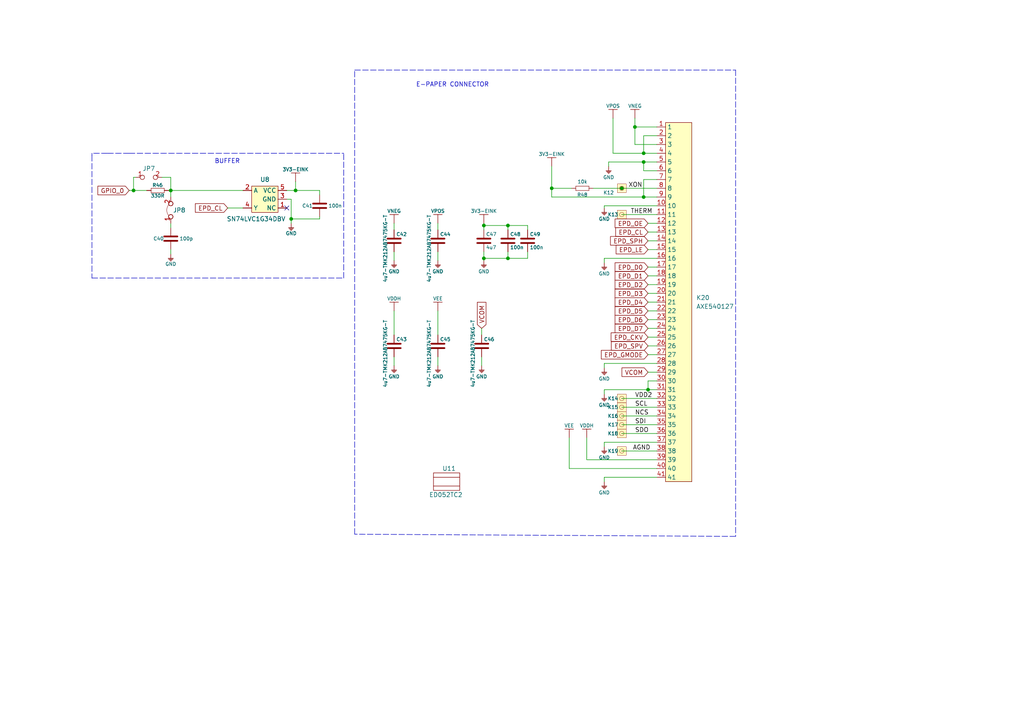
<source format=kicad_sch>
(kicad_sch (version 20211123) (generator eeschema)

  (uuid 530cf061-fa83-4e9e-bfcb-7bcd33add6cd)

  (paper "A4")

  (title_block
    (title "Soldered Inkplate 5")
    (date "2023-07-18")
    (rev "V1.2.0.")
    (company "SOLDERED")
    (comment 1 "333255")
  )

  (lib_symbols
    (symbol "e-radionica.com schematics:0603C" (pin_numbers hide) (pin_names (offset 0.002)) (in_bom yes) (on_board yes)
      (property "Reference" "C" (id 0) (at 0 3.81 0)
        (effects (font (size 1 1)))
      )
      (property "Value" "0603C" (id 1) (at 0 -3.175 0)
        (effects (font (size 1 1)))
      )
      (property "Footprint" "e-radionica.com footprinti:0603C" (id 2) (at 0.635 -4.445 0)
        (effects (font (size 1 1)) hide)
      )
      (property "Datasheet" "" (id 3) (at 0 0 0)
        (effects (font (size 1 1)) hide)
      )
      (symbol "0603C_0_1"
        (polyline
          (pts
            (xy -0.635 1.905)
            (xy -0.635 -1.905)
          )
          (stroke (width 0.5) (type default) (color 0 0 0 0))
          (fill (type none))
        )
        (polyline
          (pts
            (xy 0.635 1.905)
            (xy 0.635 -1.905)
          )
          (stroke (width 0.5) (type default) (color 0 0 0 0))
          (fill (type none))
        )
      )
      (symbol "0603C_1_1"
        (pin passive line (at -3.175 0 0) (length 2.54)
          (name "~" (effects (font (size 1.27 1.27))))
          (number "1" (effects (font (size 1.27 1.27))))
        )
        (pin passive line (at 3.175 0 180) (length 2.54)
          (name "~" (effects (font (size 1.27 1.27))))
          (number "2" (effects (font (size 1.27 1.27))))
        )
      )
    )
    (symbol "e-radionica.com schematics:0603R" (pin_numbers hide) (pin_names (offset 0.254)) (in_bom yes) (on_board yes)
      (property "Reference" "R" (id 0) (at 0 1.27 0)
        (effects (font (size 1 1)))
      )
      (property "Value" "0603R" (id 1) (at 0 -1.905 0)
        (effects (font (size 1 1)))
      )
      (property "Footprint" "e-radionica.com footprinti:0603R" (id 2) (at 0 -3.81 0)
        (effects (font (size 1 1)) hide)
      )
      (property "Datasheet" "" (id 3) (at -0.635 1.905 0)
        (effects (font (size 1 1)) hide)
      )
      (symbol "0603R_0_1"
        (rectangle (start -1.905 -0.635) (end 1.905 -0.6604)
          (stroke (width 0.1) (type default) (color 0 0 0 0))
          (fill (type none))
        )
        (rectangle (start -1.905 0.635) (end -1.8796 -0.635)
          (stroke (width 0.1) (type default) (color 0 0 0 0))
          (fill (type none))
        )
        (rectangle (start -1.905 0.635) (end 1.905 0.6096)
          (stroke (width 0.1) (type default) (color 0 0 0 0))
          (fill (type none))
        )
        (rectangle (start 1.905 0.635) (end 1.9304 -0.635)
          (stroke (width 0.1) (type default) (color 0 0 0 0))
          (fill (type none))
        )
      )
      (symbol "0603R_1_1"
        (pin passive line (at -3.175 0 0) (length 1.27)
          (name "~" (effects (font (size 1.27 1.27))))
          (number "1" (effects (font (size 1.27 1.27))))
        )
        (pin passive line (at 3.175 0 180) (length 1.27)
          (name "~" (effects (font (size 1.27 1.27))))
          (number "2" (effects (font (size 1.27 1.27))))
        )
      )
    )
    (symbol "e-radionica.com schematics:0805C" (pin_numbers hide) (in_bom yes) (on_board yes)
      (property "Reference" "C" (id 0) (at 0 3.81 0)
        (effects (font (size 1 1)))
      )
      (property "Value" "0805C" (id 1) (at 0 -3.175 0)
        (effects (font (size 1 1)))
      )
      (property "Footprint" "e-radionica.com footprinti:0805C" (id 2) (at 0 -5.08 0)
        (effects (font (size 1 1)) hide)
      )
      (property "Datasheet" "" (id 3) (at 0 0 0)
        (effects (font (size 1 1)) hide)
      )
      (symbol "0805C_0_1"
        (polyline
          (pts
            (xy -0.635 1.905)
            (xy -0.635 -1.905)
          )
          (stroke (width 0.5) (type default) (color 0 0 0 0))
          (fill (type none))
        )
        (polyline
          (pts
            (xy 0.635 1.905)
            (xy 0.635 -1.905)
          )
          (stroke (width 0.5) (type default) (color 0 0 0 0))
          (fill (type none))
        )
      )
      (symbol "0805C_1_1"
        (pin passive line (at -3.175 0 0) (length 2.54)
          (name "~" (effects (font (size 1.27 1.27))))
          (number "1" (effects (font (size 1.27 1.27))))
        )
        (pin passive line (at 3.175 0 180) (length 2.54)
          (name "~" (effects (font (size 1.27 1.27))))
          (number "2" (effects (font (size 1.27 1.27))))
        )
      )
    )
    (symbol "e-radionica.com schematics:3V3-EINK" (power) (pin_names (offset 0)) (in_bom yes) (on_board yes)
      (property "Reference" "#PWR" (id 0) (at 4.445 0 0)
        (effects (font (size 1 1)) hide)
      )
      (property "Value" "3V3-EINK" (id 1) (at 0 3.556 0)
        (effects (font (size 1 1)))
      )
      (property "Footprint" "" (id 2) (at 4.445 3.81 0)
        (effects (font (size 1 1)) hide)
      )
      (property "Datasheet" "" (id 3) (at 4.445 3.81 0)
        (effects (font (size 1 1)) hide)
      )
      (property "ki_keywords" "power-flag" (id 4) (at 0 0 0)
        (effects (font (size 1.27 1.27)) hide)
      )
      (property "ki_description" "Power symbol creates a global label with name \"3V3-EINK\"" (id 5) (at 0 0 0)
        (effects (font (size 1.27 1.27)) hide)
      )
      (symbol "3V3-EINK_0_1"
        (polyline
          (pts
            (xy -1.27 2.54)
            (xy 1.27 2.54)
          )
          (stroke (width 0.16) (type default) (color 0 0 0 0))
          (fill (type none))
        )
        (polyline
          (pts
            (xy 0 0)
            (xy 0 2.54)
          )
          (stroke (width 0) (type default) (color 0 0 0 0))
          (fill (type none))
        )
      )
      (symbol "3V3-EINK_1_1"
        (pin power_in line (at 0 0 90) (length 0) hide
          (name "3V3-EINK" (effects (font (size 1.27 1.27))))
          (number "1" (effects (font (size 1.27 1.27))))
        )
      )
    )
    (symbol "e-radionica.com schematics:AXE540127" (in_bom yes) (on_board yes)
      (property "Reference" "K" (id 0) (at -0.635 52.07 0)
        (effects (font (size 1.27 1.27)))
      )
      (property "Value" "AXE540127" (id 1) (at 0 -54.61 0)
        (effects (font (size 1.27 1.27)))
      )
      (property "Footprint" "e-radionica.com footprinti:AXE540127" (id 2) (at 1.27 -57.15 0)
        (effects (font (size 1.27 1.27)) hide)
      )
      (property "Datasheet" "" (id 3) (at -0.635 52.07 0)
        (effects (font (size 1.27 1.27)) hide)
      )
      (symbol "AXE540127_0_1"
        (rectangle (start -3.81 50.8) (end 3.81 -53.34)
          (stroke (width 0.1524) (type default) (color 0 0 0 0))
          (fill (type background))
        )
      )
      (symbol "AXE540127_1_1"
        (pin input line (at -6.35 49.53 0) (length 2.54)
          (name "1" (effects (font (size 1.27 1.27))))
          (number "1" (effects (font (size 1.27 1.27))))
        )
        (pin input line (at -6.35 26.67 0) (length 2.54)
          (name "10" (effects (font (size 1.27 1.27))))
          (number "10" (effects (font (size 1.27 1.27))))
        )
        (pin input line (at -6.35 24.13 0) (length 2.54)
          (name "11" (effects (font (size 1.27 1.27))))
          (number "11" (effects (font (size 1.27 1.27))))
        )
        (pin input line (at -6.35 21.59 0) (length 2.54)
          (name "12" (effects (font (size 1.27 1.27))))
          (number "12" (effects (font (size 1.27 1.27))))
        )
        (pin input line (at -6.35 19.05 0) (length 2.54)
          (name "13" (effects (font (size 1.27 1.27))))
          (number "13" (effects (font (size 1.27 1.27))))
        )
        (pin input line (at -6.35 16.51 0) (length 2.54)
          (name "14" (effects (font (size 1.27 1.27))))
          (number "14" (effects (font (size 1.27 1.27))))
        )
        (pin input line (at -6.35 13.97 0) (length 2.54)
          (name "15" (effects (font (size 1.27 1.27))))
          (number "15" (effects (font (size 1.27 1.27))))
        )
        (pin input line (at -6.35 11.43 0) (length 2.54)
          (name "16" (effects (font (size 1.27 1.27))))
          (number "16" (effects (font (size 1.27 1.27))))
        )
        (pin input line (at -6.35 8.89 0) (length 2.54)
          (name "17" (effects (font (size 1.27 1.27))))
          (number "17" (effects (font (size 1.27 1.27))))
        )
        (pin input line (at -6.35 6.35 0) (length 2.54)
          (name "18" (effects (font (size 1.27 1.27))))
          (number "18" (effects (font (size 1.27 1.27))))
        )
        (pin input line (at -6.35 3.81 0) (length 2.54)
          (name "19" (effects (font (size 1.27 1.27))))
          (number "19" (effects (font (size 1.27 1.27))))
        )
        (pin input line (at -6.35 46.99 0) (length 2.54)
          (name "2" (effects (font (size 1.27 1.27))))
          (number "2" (effects (font (size 1.27 1.27))))
        )
        (pin input line (at -6.35 1.27 0) (length 2.54)
          (name "20" (effects (font (size 1.27 1.27))))
          (number "20" (effects (font (size 1.27 1.27))))
        )
        (pin input line (at -6.35 -1.27 0) (length 2.54)
          (name "21" (effects (font (size 1.27 1.27))))
          (number "21" (effects (font (size 1.27 1.27))))
        )
        (pin input line (at -6.35 -3.81 0) (length 2.54)
          (name "22" (effects (font (size 1.27 1.27))))
          (number "22" (effects (font (size 1.27 1.27))))
        )
        (pin input line (at -6.35 -6.35 0) (length 2.54)
          (name "23" (effects (font (size 1.27 1.27))))
          (number "23" (effects (font (size 1.27 1.27))))
        )
        (pin input line (at -6.35 -8.89 0) (length 2.54)
          (name "24" (effects (font (size 1.27 1.27))))
          (number "24" (effects (font (size 1.27 1.27))))
        )
        (pin input line (at -6.35 -11.43 0) (length 2.54)
          (name "25" (effects (font (size 1.27 1.27))))
          (number "25" (effects (font (size 1.27 1.27))))
        )
        (pin input line (at -6.35 -13.97 0) (length 2.54)
          (name "26" (effects (font (size 1.27 1.27))))
          (number "26" (effects (font (size 1.27 1.27))))
        )
        (pin input line (at -6.35 -16.51 0) (length 2.54)
          (name "27" (effects (font (size 1.27 1.27))))
          (number "27" (effects (font (size 1.27 1.27))))
        )
        (pin input line (at -6.35 -19.05 0) (length 2.54)
          (name "28" (effects (font (size 1.27 1.27))))
          (number "28" (effects (font (size 1.27 1.27))))
        )
        (pin input line (at -6.35 -21.59 0) (length 2.54)
          (name "29" (effects (font (size 1.27 1.27))))
          (number "29" (effects (font (size 1.27 1.27))))
        )
        (pin input line (at -6.35 44.45 0) (length 2.54)
          (name "3" (effects (font (size 1.27 1.27))))
          (number "3" (effects (font (size 1.27 1.27))))
        )
        (pin input line (at -6.35 -24.13 0) (length 2.54)
          (name "30" (effects (font (size 1.27 1.27))))
          (number "30" (effects (font (size 1.27 1.27))))
        )
        (pin input line (at -6.35 -26.67 0) (length 2.54)
          (name "31" (effects (font (size 1.27 1.27))))
          (number "31" (effects (font (size 1.27 1.27))))
        )
        (pin input line (at -6.35 -29.21 0) (length 2.54)
          (name "32" (effects (font (size 1.27 1.27))))
          (number "32" (effects (font (size 1.27 1.27))))
        )
        (pin input line (at -6.35 -31.75 0) (length 2.54)
          (name "33" (effects (font (size 1.27 1.27))))
          (number "33" (effects (font (size 1.27 1.27))))
        )
        (pin input line (at -6.35 -34.29 0) (length 2.54)
          (name "34" (effects (font (size 1.27 1.27))))
          (number "34" (effects (font (size 1.27 1.27))))
        )
        (pin input line (at -6.35 -36.83 0) (length 2.54)
          (name "35" (effects (font (size 1.27 1.27))))
          (number "35" (effects (font (size 1.27 1.27))))
        )
        (pin input line (at -6.35 -39.37 0) (length 2.54)
          (name "36" (effects (font (size 1.27 1.27))))
          (number "36" (effects (font (size 1.27 1.27))))
        )
        (pin input line (at -6.35 -41.91 0) (length 2.54)
          (name "37" (effects (font (size 1.27 1.27))))
          (number "37" (effects (font (size 1.27 1.27))))
        )
        (pin input line (at -6.35 -44.45 0) (length 2.54)
          (name "38" (effects (font (size 1.27 1.27))))
          (number "38" (effects (font (size 1.27 1.27))))
        )
        (pin input line (at -6.35 -46.99 0) (length 2.54)
          (name "39" (effects (font (size 1.27 1.27))))
          (number "39" (effects (font (size 1.27 1.27))))
        )
        (pin input line (at -6.35 41.91 0) (length 2.54)
          (name "4" (effects (font (size 1.27 1.27))))
          (number "4" (effects (font (size 1.27 1.27))))
        )
        (pin input line (at -6.35 -49.53 0) (length 2.54)
          (name "40" (effects (font (size 1.27 1.27))))
          (number "40" (effects (font (size 1.27 1.27))))
        )
        (pin input line (at -6.35 -52.07 0) (length 2.54)
          (name "41" (effects (font (size 1.27 1.27))))
          (number "41" (effects (font (size 1.27 1.27))))
        )
        (pin input line (at -6.35 39.37 0) (length 2.54)
          (name "5" (effects (font (size 1.27 1.27))))
          (number "5" (effects (font (size 1.27 1.27))))
        )
        (pin input line (at -6.35 36.83 0) (length 2.54)
          (name "6" (effects (font (size 1.27 1.27))))
          (number "6" (effects (font (size 1.27 1.27))))
        )
        (pin input line (at -6.35 34.29 0) (length 2.54)
          (name "7" (effects (font (size 1.27 1.27))))
          (number "7" (effects (font (size 1.27 1.27))))
        )
        (pin input line (at -6.35 31.75 0) (length 2.54)
          (name "8" (effects (font (size 1.27 1.27))))
          (number "8" (effects (font (size 1.27 1.27))))
        )
        (pin input line (at -6.35 29.21 0) (length 2.54)
          (name "9" (effects (font (size 1.27 1.27))))
          (number "9" (effects (font (size 1.27 1.27))))
        )
      )
    )
    (symbol "e-radionica.com schematics:ED052TC2" (pin_numbers hide) (pin_names hide) (in_bom yes) (on_board yes)
      (property "Reference" "U" (id 0) (at 0 3.81 0)
        (effects (font (size 1.27 1.27)))
      )
      (property "Value" "ED052TC2" (id 1) (at 0 -3.81 0)
        (effects (font (size 1.27 1.27)))
      )
      (property "Footprint" "e-radionica.com footprinti:ED052TC2" (id 2) (at 0 -6.35 0)
        (effects (font (size 1.27 1.27)) hide)
      )
      (property "Datasheet" "" (id 3) (at 0 0 0)
        (effects (font (size 1.27 1.27)) hide)
      )
      (property "ki_description" "Inkplate 5 panel" (id 4) (at 0 0 0)
        (effects (font (size 1.27 1.27)) hide)
      )
      (symbol "ED052TC2_0_1"
        (rectangle (start -3.81 2.54) (end 3.81 -2.54)
          (stroke (width 0) (type default) (color 0 0 0 0))
          (fill (type none))
        )
        (polyline
          (pts
            (xy -3.81 -1.27)
            (xy 3.81 -1.27)
          )
          (stroke (width 0) (type default) (color 0 0 0 0))
          (fill (type none))
        )
        (polyline
          (pts
            (xy -3.81 1.27)
            (xy 3.81 1.27)
          )
          (stroke (width 0) (type default) (color 0 0 0 0))
          (fill (type none))
        )
      )
    )
    (symbol "e-radionica.com schematics:GND" (power) (pin_names (offset 0)) (in_bom yes) (on_board yes)
      (property "Reference" "#PWR" (id 0) (at 4.445 0 0)
        (effects (font (size 1 1)) hide)
      )
      (property "Value" "GND" (id 1) (at 0 -2.921 0)
        (effects (font (size 1 1)))
      )
      (property "Footprint" "" (id 2) (at 4.445 3.81 0)
        (effects (font (size 1 1)) hide)
      )
      (property "Datasheet" "" (id 3) (at 4.445 3.81 0)
        (effects (font (size 1 1)) hide)
      )
      (property "ki_keywords" "power-flag" (id 4) (at 0 0 0)
        (effects (font (size 1.27 1.27)) hide)
      )
      (property "ki_description" "Power symbol creates a global label with name \"GND\"" (id 5) (at 0 0 0)
        (effects (font (size 1.27 1.27)) hide)
      )
      (symbol "GND_0_1"
        (polyline
          (pts
            (xy -0.762 -1.27)
            (xy 0.762 -1.27)
          )
          (stroke (width 0.16) (type default) (color 0 0 0 0))
          (fill (type none))
        )
        (polyline
          (pts
            (xy -0.635 -1.524)
            (xy 0.635 -1.524)
          )
          (stroke (width 0.16) (type default) (color 0 0 0 0))
          (fill (type none))
        )
        (polyline
          (pts
            (xy -0.381 -1.778)
            (xy 0.381 -1.778)
          )
          (stroke (width 0.16) (type default) (color 0 0 0 0))
          (fill (type none))
        )
        (polyline
          (pts
            (xy -0.127 -2.032)
            (xy 0.127 -2.032)
          )
          (stroke (width 0.16) (type default) (color 0 0 0 0))
          (fill (type none))
        )
        (polyline
          (pts
            (xy 0 0)
            (xy 0 -1.27)
          )
          (stroke (width 0.16) (type default) (color 0 0 0 0))
          (fill (type none))
        )
      )
      (symbol "GND_1_1"
        (pin power_in line (at 0 0 270) (length 0) hide
          (name "GND" (effects (font (size 1.27 1.27))))
          (number "1" (effects (font (size 1.27 1.27))))
        )
      )
    )
    (symbol "e-radionica.com schematics:HEADER_MALE_1X1_Inkplate" (pin_numbers hide) (pin_names hide) (in_bom yes) (on_board yes)
      (property "Reference" "K" (id 0) (at 0 2.54 0)
        (effects (font (size 1 1)))
      )
      (property "Value" "HEADER_MALE_1X1_Inkplate" (id 1) (at 0 -2.54 0)
        (effects (font (size 1 1)))
      )
      (property "Footprint" "e-radionica.com footprinti:HEADER_MALE_1X1_Inkplate" (id 2) (at 0 -5.08 0)
        (effects (font (size 1 1)) hide)
      )
      (property "Datasheet" "" (id 3) (at 0 0 0)
        (effects (font (size 1 1)) hide)
      )
      (symbol "HEADER_MALE_1X1_Inkplate_0_1"
        (rectangle (start -1.27 1.27) (end 1.27 -1.27)
          (stroke (width 0.001) (type default) (color 0 0 0 0))
          (fill (type background))
        )
        (circle (center 0 0) (radius 0.635)
          (stroke (width 0.0006) (type default) (color 0 0 0 0))
          (fill (type none))
        )
      )
      (symbol "HEADER_MALE_1X1_Inkplate_1_1"
        (pin passive line (at 0 0 180) (length 0)
          (name "~" (effects (font (size 1 1))))
          (number "1" (effects (font (size 1 1))))
        )
      )
    )
    (symbol "e-radionica.com schematics:SMD-JUMPER-CONNECTED_TRACE_SOLDERMASK" (in_bom yes) (on_board yes)
      (property "Reference" "JP" (id 0) (at 0 3.556 0)
        (effects (font (size 1.27 1.27)))
      )
      (property "Value" "SMD-JUMPER-CONNECTED_TRACE_SOLDERMASK" (id 1) (at 0 -2.54 0)
        (effects (font (size 1.27 1.27)))
      )
      (property "Footprint" "e-radionica.com footprinti:SMD-JUMPER-CONNECTED_TRACE_SOLDERMASK" (id 2) (at 0 -5.715 0)
        (effects (font (size 1.27 1.27)) hide)
      )
      (property "Datasheet" "" (id 3) (at 0 0 0)
        (effects (font (size 1.27 1.27)) hide)
      )
      (symbol "SMD-JUMPER-CONNECTED_TRACE_SOLDERMASK_0_1"
        (arc (start 1.5845 0.5996) (mid -0.0202 1.1519) (end -1.6159 0.5742)
          (stroke (width 0.1) (type default) (color 0 0 0 0))
          (fill (type none))
        )
      )
      (symbol "SMD-JUMPER-CONNECTED_TRACE_SOLDERMASK_1_1"
        (pin passive inverted (at -3.81 0 0) (length 2.54)
          (name "" (effects (font (size 1.27 1.27))))
          (number "1" (effects (font (size 1.27 1.27))))
        )
        (pin passive inverted (at 3.81 0 180) (length 2.54)
          (name "" (effects (font (size 1.27 1.27))))
          (number "2" (effects (font (size 1.27 1.27))))
        )
      )
    )
    (symbol "e-radionica.com schematics:SMD_JUMPER" (in_bom yes) (on_board yes)
      (property "Reference" "JP" (id 0) (at 0 1.397 0)
        (effects (font (size 1.27 1.27)))
      )
      (property "Value" "SMD_JUMPER" (id 1) (at 0 -2.54 0)
        (effects (font (size 1.27 1.27)))
      )
      (property "Footprint" "e-radionica.com footprinti:SMD_JUMPER" (id 2) (at 0 -5.08 0)
        (effects (font (size 1.27 1.27)) hide)
      )
      (property "Datasheet" "" (id 3) (at 0 0 0)
        (effects (font (size 1.27 1.27)) hide)
      )
      (symbol "SMD_JUMPER_1_1"
        (pin passive inverted (at -3.81 0 0) (length 2.54)
          (name "" (effects (font (size 1.27 1.27))))
          (number "1" (effects (font (size 1.27 1.27))))
        )
        (pin passive inverted (at 3.81 0 180) (length 2.54)
          (name "" (effects (font (size 1.27 1.27))))
          (number "2" (effects (font (size 1.27 1.27))))
        )
      )
    )
    (symbol "e-radionica.com schematics:SN74LVC1G34DBV" (in_bom yes) (on_board yes)
      (property "Reference" "U" (id 0) (at -2.54 5.08 0)
        (effects (font (size 1.27 1.27)))
      )
      (property "Value" "SN74LVC1G34DBV" (id 1) (at -1.27 7.62 0)
        (effects (font (size 1.27 1.27)))
      )
      (property "Footprint" "e-radionica.com footprinti:SN74LVC1G34DBV" (id 2) (at -1.27 8.89 0)
        (effects (font (size 1.27 1.27)) hide)
      )
      (property "Datasheet" "" (id 3) (at -1.27 8.89 0)
        (effects (font (size 1.27 1.27)) hide)
      )
      (property "ki_keywords" "Buffer" (id 4) (at 0 0 0)
        (effects (font (size 1.27 1.27)) hide)
      )
      (property "ki_description" "Single Buffer Gate" (id 5) (at 0 0 0)
        (effects (font (size 1.27 1.27)) hide)
      )
      (symbol "SN74LVC1G34DBV_0_0"
        (rectangle (start -3.81 3.81) (end 3.81 -3.81)
          (stroke (width 0) (type default) (color 0 0 0 0))
          (fill (type background))
        )
      )
      (symbol "SN74LVC1G34DBV_1_1"
        (pin passive line (at 6.35 -2.54 180) (length 2.54)
          (name "NC" (effects (font (size 1.27 1.27))))
          (number "1" (effects (font (size 1.27 1.27))))
        )
        (pin passive line (at -6.35 2.54 0) (length 2.54)
          (name "A" (effects (font (size 1.27 1.27))))
          (number "2" (effects (font (size 1.27 1.27))))
        )
        (pin passive line (at 6.35 0 180) (length 2.54)
          (name "GND" (effects (font (size 1.27 1.27))))
          (number "3" (effects (font (size 1.27 1.27))))
        )
        (pin passive line (at -6.35 -2.54 0) (length 2.54)
          (name "Y" (effects (font (size 1.27 1.27))))
          (number "4" (effects (font (size 1.27 1.27))))
        )
        (pin passive line (at 6.35 2.54 180) (length 2.54)
          (name "VCC" (effects (font (size 1.27 1.27))))
          (number "5" (effects (font (size 1.27 1.27))))
        )
      )
    )
    (symbol "e-radionica.com schematics:VDDH" (power) (pin_names (offset 0)) (in_bom yes) (on_board yes)
      (property "Reference" "#PWR" (id 0) (at 4.445 0 0)
        (effects (font (size 1 1)) hide)
      )
      (property "Value" "VDDH" (id 1) (at 0 3.556 0)
        (effects (font (size 1 1)))
      )
      (property "Footprint" "" (id 2) (at 4.445 3.81 0)
        (effects (font (size 1 1)) hide)
      )
      (property "Datasheet" "" (id 3) (at 4.445 3.81 0)
        (effects (font (size 1 1)) hide)
      )
      (property "ki_keywords" "power-flag" (id 4) (at 0 0 0)
        (effects (font (size 1.27 1.27)) hide)
      )
      (property "ki_description" "Power symbol creates a global label with name \"VDDH\"" (id 5) (at 0 0 0)
        (effects (font (size 1.27 1.27)) hide)
      )
      (symbol "VDDH_0_1"
        (polyline
          (pts
            (xy -1.27 2.54)
            (xy 1.27 2.54)
          )
          (stroke (width 0.16) (type default) (color 0 0 0 0))
          (fill (type none))
        )
        (polyline
          (pts
            (xy 0 0)
            (xy 0 2.54)
          )
          (stroke (width 0) (type default) (color 0 0 0 0))
          (fill (type none))
        )
      )
      (symbol "VDDH_1_1"
        (pin power_in line (at 0 0 90) (length 0) hide
          (name "VDDH" (effects (font (size 1.27 1.27))))
          (number "1" (effects (font (size 1.27 1.27))))
        )
      )
    )
    (symbol "e-radionica.com schematics:VEE" (power) (pin_names (offset 0)) (in_bom yes) (on_board yes)
      (property "Reference" "#PWR" (id 0) (at 4.445 0 0)
        (effects (font (size 1 1)) hide)
      )
      (property "Value" "VEE" (id 1) (at 0 3.556 0)
        (effects (font (size 1 1)))
      )
      (property "Footprint" "" (id 2) (at 4.445 3.81 0)
        (effects (font (size 1 1)) hide)
      )
      (property "Datasheet" "" (id 3) (at 4.445 3.81 0)
        (effects (font (size 1 1)) hide)
      )
      (property "ki_keywords" "power-flag" (id 4) (at 0 0 0)
        (effects (font (size 1.27 1.27)) hide)
      )
      (property "ki_description" "Power symbol creates a global label with name \"VEE\"" (id 5) (at 0 0 0)
        (effects (font (size 1.27 1.27)) hide)
      )
      (symbol "VEE_0_1"
        (polyline
          (pts
            (xy -1.27 2.54)
            (xy 1.27 2.54)
          )
          (stroke (width 0.16) (type default) (color 0 0 0 0))
          (fill (type none))
        )
        (polyline
          (pts
            (xy 0 0)
            (xy 0 2.54)
          )
          (stroke (width 0) (type default) (color 0 0 0 0))
          (fill (type none))
        )
      )
      (symbol "VEE_1_1"
        (pin power_in line (at 0 0 90) (length 0) hide
          (name "VEE" (effects (font (size 1.27 1.27))))
          (number "1" (effects (font (size 1.27 1.27))))
        )
      )
    )
    (symbol "e-radionica.com schematics:VNEG" (power) (pin_names (offset 0)) (in_bom yes) (on_board yes)
      (property "Reference" "#PWR" (id 0) (at 4.445 0 0)
        (effects (font (size 1 1)) hide)
      )
      (property "Value" "VNEG" (id 1) (at 0 3.556 0)
        (effects (font (size 1 1)))
      )
      (property "Footprint" "" (id 2) (at 4.445 3.81 0)
        (effects (font (size 1 1)) hide)
      )
      (property "Datasheet" "" (id 3) (at 4.445 3.81 0)
        (effects (font (size 1 1)) hide)
      )
      (property "ki_keywords" "power-flag" (id 4) (at 0 0 0)
        (effects (font (size 1.27 1.27)) hide)
      )
      (property "ki_description" "Power symbol creates a global label with name \"VNEG\"" (id 5) (at 0 0 0)
        (effects (font (size 1.27 1.27)) hide)
      )
      (symbol "VNEG_0_1"
        (polyline
          (pts
            (xy -1.27 2.54)
            (xy 1.27 2.54)
          )
          (stroke (width 0.16) (type default) (color 0 0 0 0))
          (fill (type none))
        )
        (polyline
          (pts
            (xy 0 0)
            (xy 0 2.54)
          )
          (stroke (width 0) (type default) (color 0 0 0 0))
          (fill (type none))
        )
      )
      (symbol "VNEG_1_1"
        (pin power_in line (at 0 0 90) (length 0) hide
          (name "VNEG" (effects (font (size 1.27 1.27))))
          (number "1" (effects (font (size 1.27 1.27))))
        )
      )
    )
    (symbol "e-radionica.com schematics:VPOS" (power) (pin_names (offset 0)) (in_bom yes) (on_board yes)
      (property "Reference" "#PWR" (id 0) (at 4.445 0 0)
        (effects (font (size 1 1)) hide)
      )
      (property "Value" "VPOS" (id 1) (at 0 3.556 0)
        (effects (font (size 1 1)))
      )
      (property "Footprint" "" (id 2) (at 4.445 3.81 0)
        (effects (font (size 1 1)) hide)
      )
      (property "Datasheet" "" (id 3) (at 4.445 3.81 0)
        (effects (font (size 1 1)) hide)
      )
      (property "ki_keywords" "power-flag" (id 4) (at 0 0 0)
        (effects (font (size 1.27 1.27)) hide)
      )
      (property "ki_description" "Power symbol creates a global label with name \"VPOS\"" (id 5) (at 0 0 0)
        (effects (font (size 1.27 1.27)) hide)
      )
      (symbol "VPOS_0_1"
        (polyline
          (pts
            (xy -1.27 2.54)
            (xy 1.27 2.54)
          )
          (stroke (width 0.16) (type default) (color 0 0 0 0))
          (fill (type none))
        )
        (polyline
          (pts
            (xy 0 0)
            (xy 0 2.54)
          )
          (stroke (width 0) (type default) (color 0 0 0 0))
          (fill (type none))
        )
      )
      (symbol "VPOS_1_1"
        (pin power_in line (at 0 0 90) (length 0) hide
          (name "VPOS" (effects (font (size 1.27 1.27))))
          (number "1" (effects (font (size 1.27 1.27))))
        )
      )
    )
  )

  (junction (at 84.455 63.5) (diameter 0) (color 0 0 0 0)
    (uuid 187f3ec2-6b47-400b-a0af-775c969eaa18)
  )
  (junction (at 85.725 55.245) (diameter 0) (color 0 0 0 0)
    (uuid 28dc1c5a-a6f3-4e6b-bc1f-b7b339978653)
  )
  (junction (at 140.335 74.93) (diameter 0) (color 0 0 0 0)
    (uuid 34cf5d06-f347-4636-996a-8222063b41f8)
  )
  (junction (at 186.69 46.99) (diameter 0) (color 0 0 0 0)
    (uuid 3bc0f278-8d34-49e6-80ba-eef974e885f8)
  )
  (junction (at 186.69 57.15) (diameter 0) (color 0 0 0 0)
    (uuid 4dc6728c-f990-44cb-9db5-98db173b8e75)
  )
  (junction (at 49.53 55.245) (diameter 0) (color 0 0 0 0)
    (uuid 4dd5a9b5-7d38-4834-b988-a259c61d4f0a)
  )
  (junction (at 180.34 54.61) (diameter 0) (color 0 0 0 0)
    (uuid 54eb4906-91f8-4f1e-992f-13b644c1e0cf)
  )
  (junction (at 147.32 65.405) (diameter 0) (color 0 0 0 0)
    (uuid 5c1b4e21-6c66-4da9-bda1-4684842bf2b6)
  )
  (junction (at 160.02 54.61) (diameter 0) (color 0 0 0 0)
    (uuid 6c4f7d90-1f81-45fa-9b70-4f58049ffa55)
  )
  (junction (at 38.735 55.245) (diameter 0) (color 0 0 0 0)
    (uuid 814cedab-3da5-4a25-8307-f57616cf27a2)
  )
  (junction (at 186.69 44.45) (diameter 0) (color 0 0 0 0)
    (uuid 86d45766-71d1-45ea-9026-cca454fa33a9)
  )
  (junction (at 187.96 113.03) (diameter 0) (color 0 0 0 0)
    (uuid 88d878dd-08fb-4723-9a2a-c49dcf11e077)
  )
  (junction (at 147.32 74.93) (diameter 0) (color 0 0 0 0)
    (uuid 8bb2720f-cd58-4148-bbc9-06e99c7f4bf7)
  )
  (junction (at 140.335 65.405) (diameter 0) (color 0 0 0 0)
    (uuid dbb785c4-4e03-4be7-8efc-c106a3ea5670)
  )
  (junction (at 184.15 36.83) (diameter 0) (color 0 0 0 0)
    (uuid f651339d-5ea8-48e9-8761-8cf6509b34d7)
  )

  (no_connect (at 83.185 60.325) (uuid 94b06181-ed5b-48a0-b74c-322a1ab833aa))

  (wire (pts (xy 147.32 65.405) (xy 140.335 65.405))
    (stroke (width 0) (type default) (color 0 0 0 0))
    (uuid 0010fa0c-f7aa-412a-863d-f40f06478623)
  )
  (wire (pts (xy 180.34 120.65) (xy 190.5 120.65))
    (stroke (width 0) (type default) (color 0 0 0 0))
    (uuid 02cbcca5-84e9-4cab-8e0f-416a2d72eaee)
  )
  (wire (pts (xy 92.71 56.515) (xy 92.71 55.245))
    (stroke (width 0) (type default) (color 0 0 0 0))
    (uuid 045356dc-04c9-4477-9d33-d9cb079b6336)
  )
  (wire (pts (xy 92.71 62.865) (xy 92.71 63.5))
    (stroke (width 0) (type default) (color 0 0 0 0))
    (uuid 065610e8-1ba6-4989-bed2-e2d0b7723dcc)
  )
  (wire (pts (xy 190.5 52.07) (xy 186.69 52.07))
    (stroke (width 0) (type default) (color 0 0 0 0))
    (uuid 08fee5a5-45df-4c40-b294-707075e9dea6)
  )
  (polyline (pts (xy 26.67 80.645) (xy 99.695 80.645))
    (stroke (width 0) (type default) (color 0 0 0 0))
    (uuid 09963988-539f-447e-9b24-c1da688ae1ed)
  )

  (wire (pts (xy 165.1 127) (xy 165.1 135.89))
    (stroke (width 0) (type default) (color 0 0 0 0))
    (uuid 09d087bc-d514-4d53-a0cf-9e244cd1b482)
  )
  (wire (pts (xy 153.035 74.93) (xy 147.32 74.93))
    (stroke (width 0) (type default) (color 0 0 0 0))
    (uuid 09e47fe2-8483-416a-a601-29345717a4e1)
  )
  (wire (pts (xy 186.69 49.53) (xy 186.69 46.99))
    (stroke (width 0) (type default) (color 0 0 0 0))
    (uuid 0a5b5c38-cd37-41eb-8947-3599c685a30b)
  )
  (polyline (pts (xy 31.115 44.45) (xy 26.67 44.45))
    (stroke (width 0) (type default) (color 0 0 0 0))
    (uuid 0f28b428-9d8a-4e45-b3fd-d81eb7c6fb85)
  )

  (wire (pts (xy 187.96 100.33) (xy 190.5 100.33))
    (stroke (width 0) (type default) (color 0 0 0 0))
    (uuid 0f84eac0-98ec-43dd-ac1e-083629377afa)
  )
  (wire (pts (xy 114.3 73.025) (xy 114.3 75.565))
    (stroke (width 0) (type default) (color 0 0 0 0))
    (uuid 130bc739-eddd-477b-8283-8fe1fb6fba99)
  )
  (wire (pts (xy 46.99 51.435) (xy 49.53 51.435))
    (stroke (width 0) (type default) (color 0 0 0 0))
    (uuid 13f668c9-d418-463b-96c8-5b981db2320d)
  )
  (wire (pts (xy 184.15 36.83) (xy 190.5 36.83))
    (stroke (width 0) (type default) (color 0 0 0 0))
    (uuid 18925574-79eb-4f13-adf9-12ded3d6b1b1)
  )
  (wire (pts (xy 38.735 55.245) (xy 42.545 55.245))
    (stroke (width 0) (type default) (color 0 0 0 0))
    (uuid 18ee7e15-fb1a-42ba-bb18-213612aea71e)
  )
  (wire (pts (xy 187.96 95.25) (xy 190.5 95.25))
    (stroke (width 0) (type default) (color 0 0 0 0))
    (uuid 1a9ba03f-15cd-458c-a7f0-ab090aaeb721)
  )
  (wire (pts (xy 177.8 44.45) (xy 186.69 44.45))
    (stroke (width 0) (type default) (color 0 0 0 0))
    (uuid 1c16e35d-bf99-4e3a-b90f-3dd9156e598c)
  )
  (wire (pts (xy 187.96 69.85) (xy 190.5 69.85))
    (stroke (width 0) (type default) (color 0 0 0 0))
    (uuid 1ca52ab9-cb57-47a5-94dd-fed8ef3ce644)
  )
  (wire (pts (xy 84.455 63.5) (xy 92.71 63.5))
    (stroke (width 0) (type default) (color 0 0 0 0))
    (uuid 1ecf3218-c188-434f-b925-eeb396457e0d)
  )
  (wire (pts (xy 83.185 57.785) (xy 84.455 57.785))
    (stroke (width 0) (type default) (color 0 0 0 0))
    (uuid 22e2340a-0a04-4f48-ad44-27a188e95d8a)
  )
  (wire (pts (xy 190.5 59.69) (xy 175.26 59.69))
    (stroke (width 0) (type default) (color 0 0 0 0))
    (uuid 232c3244-c4aa-4b3e-8a2b-8161f1f64455)
  )
  (wire (pts (xy 127 64.77) (xy 127 66.675))
    (stroke (width 0) (type default) (color 0 0 0 0))
    (uuid 234ca24a-6294-44f1-b3ac-e1964032355d)
  )
  (wire (pts (xy 49.53 55.245) (xy 49.53 57.15))
    (stroke (width 0) (type default) (color 0 0 0 0))
    (uuid 25a0bd2e-c312-4f29-a44a-cfbefcb086f5)
  )
  (wire (pts (xy 180.34 123.19) (xy 190.5 123.19))
    (stroke (width 0) (type default) (color 0 0 0 0))
    (uuid 264cc074-b6ef-4a65-9b7a-19f438e89a6d)
  )
  (wire (pts (xy 84.455 63.5) (xy 84.455 64.77))
    (stroke (width 0) (type default) (color 0 0 0 0))
    (uuid 29a3fdb7-e8b2-4d15-bb66-742bda18b847)
  )
  (wire (pts (xy 49.53 64.77) (xy 49.53 66.04))
    (stroke (width 0) (type default) (color 0 0 0 0))
    (uuid 2fa3d28d-6d57-4864-8cc0-4176617aa0f9)
  )
  (wire (pts (xy 49.53 72.39) (xy 49.53 73.66))
    (stroke (width 0) (type default) (color 0 0 0 0))
    (uuid 31ac72f9-38b0-4b52-8b9e-56a8e77e2b0f)
  )
  (wire (pts (xy 140.335 64.77) (xy 140.335 65.405))
    (stroke (width 0) (type default) (color 0 0 0 0))
    (uuid 3507cda7-0967-450f-a62d-4051ae8ebcc8)
  )
  (wire (pts (xy 85.725 52.705) (xy 85.725 55.245))
    (stroke (width 0) (type default) (color 0 0 0 0))
    (uuid 36e87da4-60c9-42e5-a02f-c93753e0ac05)
  )
  (wire (pts (xy 180.34 54.61) (xy 190.5 54.61))
    (stroke (width 0) (type default) (color 0 0 0 0))
    (uuid 397c0f80-f4a6-479d-86f6-cb977ae87818)
  )
  (wire (pts (xy 37.465 55.245) (xy 38.735 55.245))
    (stroke (width 0) (type default) (color 0 0 0 0))
    (uuid 39f62552-755a-4e7d-947a-cdb9f6899a11)
  )
  (wire (pts (xy 140.335 74.93) (xy 140.335 75.565))
    (stroke (width 0) (type default) (color 0 0 0 0))
    (uuid 3a460043-7dbf-4509-a4f3-4037f4858098)
  )
  (polyline (pts (xy 213.36 20.32) (xy 213.36 155.575))
    (stroke (width 0) (type default) (color 0 0 0 0))
    (uuid 3aaa2948-8c39-45eb-9517-3b6c8ffe490e)
  )

  (wire (pts (xy 153.035 65.405) (xy 147.32 65.405))
    (stroke (width 0) (type default) (color 0 0 0 0))
    (uuid 3c65adb2-0de1-4b8f-bec4-941549dd8123)
  )
  (wire (pts (xy 85.725 55.245) (xy 92.71 55.245))
    (stroke (width 0) (type default) (color 0 0 0 0))
    (uuid 3c893081-8a7d-4c31-952e-54bbc77f8cc8)
  )
  (wire (pts (xy 127 103.505) (xy 127 106.045))
    (stroke (width 0) (type default) (color 0 0 0 0))
    (uuid 3cf194f2-65e6-44c9-90d0-3a06c4a81680)
  )
  (wire (pts (xy 85.725 55.245) (xy 83.185 55.245))
    (stroke (width 0) (type default) (color 0 0 0 0))
    (uuid 52e781e4-c349-45e9-8227-e73b02a036f6)
  )
  (wire (pts (xy 175.26 138.43) (xy 190.5 138.43))
    (stroke (width 0) (type default) (color 0 0 0 0))
    (uuid 52fa40dc-a0cc-478b-90bc-73cdac765892)
  )
  (wire (pts (xy 147.32 66.675) (xy 147.32 65.405))
    (stroke (width 0) (type default) (color 0 0 0 0))
    (uuid 533dcf4d-1c2b-4ccf-8015-8ea13ce2c68b)
  )
  (wire (pts (xy 184.15 41.91) (xy 184.15 36.83))
    (stroke (width 0) (type default) (color 0 0 0 0))
    (uuid 5378f118-f753-4ae8-b2e3-ad3fd827c27f)
  )
  (wire (pts (xy 187.96 67.31) (xy 190.5 67.31))
    (stroke (width 0) (type default) (color 0 0 0 0))
    (uuid 5a974f22-7589-47f6-b752-d7b219d08a24)
  )
  (wire (pts (xy 114.3 64.77) (xy 114.3 66.675))
    (stroke (width 0) (type default) (color 0 0 0 0))
    (uuid 5a9ab1a3-9d24-42f3-a625-940a4b594f17)
  )
  (wire (pts (xy 172.085 54.61) (xy 180.34 54.61))
    (stroke (width 0) (type default) (color 0 0 0 0))
    (uuid 61450f2e-b3c3-417f-9b70-0afa465cacbf)
  )
  (wire (pts (xy 49.53 51.435) (xy 49.53 55.245))
    (stroke (width 0) (type default) (color 0 0 0 0))
    (uuid 62f06003-7c5f-44d1-8d65-bc776f372d4f)
  )
  (wire (pts (xy 190.5 41.91) (xy 184.15 41.91))
    (stroke (width 0) (type default) (color 0 0 0 0))
    (uuid 6392e041-5aaa-44e3-b5d0-da005654746a)
  )
  (wire (pts (xy 190.5 133.35) (xy 170.18 133.35))
    (stroke (width 0) (type default) (color 0 0 0 0))
    (uuid 642a280e-fec9-4587-929b-540574d83c99)
  )
  (wire (pts (xy 38.735 51.435) (xy 38.735 55.245))
    (stroke (width 0) (type default) (color 0 0 0 0))
    (uuid 695ebea2-c38a-486f-bf80-fe8474530a8e)
  )
  (wire (pts (xy 190.5 110.49) (xy 187.96 110.49))
    (stroke (width 0) (type default) (color 0 0 0 0))
    (uuid 71e1817f-f844-465b-9cc6-4528c809e659)
  )
  (wire (pts (xy 114.3 103.505) (xy 114.3 106.045))
    (stroke (width 0) (type default) (color 0 0 0 0))
    (uuid 73d6ae48-fce1-423b-9ad9-9819a21e2151)
  )
  (wire (pts (xy 184.15 34.29) (xy 184.15 36.83))
    (stroke (width 0) (type default) (color 0 0 0 0))
    (uuid 74318abc-5ece-41d2-9f11-0e815f238db1)
  )
  (wire (pts (xy 186.69 44.45) (xy 190.5 44.45))
    (stroke (width 0) (type default) (color 0 0 0 0))
    (uuid 76dbb9ba-2b5c-4665-ada4-bd8f948f4198)
  )
  (wire (pts (xy 153.035 66.675) (xy 153.035 65.405))
    (stroke (width 0) (type default) (color 0 0 0 0))
    (uuid 7b2c2fd9-db87-43ce-ad2a-f41acf78c514)
  )
  (wire (pts (xy 160.02 54.61) (xy 160.02 48.26))
    (stroke (width 0) (type default) (color 0 0 0 0))
    (uuid 7b8ee384-453e-46c3-b18d-f15559f6bfd4)
  )
  (polyline (pts (xy 102.87 20.32) (xy 213.36 20.32))
    (stroke (width 0) (type default) (color 0 0 0 0))
    (uuid 7eef7cfe-f373-4c2e-965f-502b85192b7d)
  )

  (wire (pts (xy 84.455 57.785) (xy 84.455 63.5))
    (stroke (width 0) (type default) (color 0 0 0 0))
    (uuid 8292b00a-9a05-4d69-8ce6-a73e0518a4bf)
  )
  (wire (pts (xy 176.53 46.99) (xy 186.69 46.99))
    (stroke (width 0) (type default) (color 0 0 0 0))
    (uuid 829e0c40-6f84-42ad-8e95-8ad85f5b04fc)
  )
  (wire (pts (xy 186.69 57.15) (xy 160.02 57.15))
    (stroke (width 0) (type default) (color 0 0 0 0))
    (uuid 8355cf38-1a39-4766-a2b4-4ea2c59df6f6)
  )
  (wire (pts (xy 187.96 87.63) (xy 190.5 87.63))
    (stroke (width 0) (type default) (color 0 0 0 0))
    (uuid 84a8cc4f-92ae-4751-b902-283f1808aa28)
  )
  (wire (pts (xy 140.335 73.025) (xy 140.335 74.93))
    (stroke (width 0) (type default) (color 0 0 0 0))
    (uuid 8a9be4e5-7de0-4f49-9d7c-63dea5f1dd2b)
  )
  (wire (pts (xy 190.5 39.37) (xy 186.69 39.37))
    (stroke (width 0) (type default) (color 0 0 0 0))
    (uuid 8dc85896-a535-4258-92f3-ea4a41a4127d)
  )
  (polyline (pts (xy 26.67 44.45) (xy 26.67 45.085))
    (stroke (width 0) (type default) (color 0 0 0 0))
    (uuid 8e4ee2f8-33af-4fe3-867d-d1d8dbd77779)
  )

  (wire (pts (xy 190.5 128.27) (xy 175.26 128.27))
    (stroke (width 0) (type default) (color 0 0 0 0))
    (uuid 8f92dd7b-c77e-4c35-949f-301a02f88e63)
  )
  (wire (pts (xy 187.96 77.47) (xy 190.5 77.47))
    (stroke (width 0) (type default) (color 0 0 0 0))
    (uuid 92557fe4-9db6-4d55-bf47-854ff131a3cc)
  )
  (wire (pts (xy 48.895 55.245) (xy 49.53 55.245))
    (stroke (width 0) (type default) (color 0 0 0 0))
    (uuid 92d22d2c-a662-46b4-bf36-a1cb29563998)
  )
  (wire (pts (xy 187.96 97.79) (xy 190.5 97.79))
    (stroke (width 0) (type default) (color 0 0 0 0))
    (uuid 954314ae-6f26-4dd1-8a83-126f8592ad3d)
  )
  (wire (pts (xy 170.18 133.35) (xy 170.18 127))
    (stroke (width 0) (type default) (color 0 0 0 0))
    (uuid 96dd0bc6-20f9-421f-8a51-3b249eb237e0)
  )
  (wire (pts (xy 187.96 85.09) (xy 190.5 85.09))
    (stroke (width 0) (type default) (color 0 0 0 0))
    (uuid 98163a20-bb7b-46ff-8c24-64a97c50390e)
  )
  (wire (pts (xy 190.5 74.93) (xy 175.26 74.93))
    (stroke (width 0) (type default) (color 0 0 0 0))
    (uuid 994fa518-3b46-4f20-8f75-cd237a223888)
  )
  (wire (pts (xy 187.96 110.49) (xy 187.96 113.03))
    (stroke (width 0) (type default) (color 0 0 0 0))
    (uuid 996936b0-f299-4cda-8edf-0cf5bfa49a6d)
  )
  (wire (pts (xy 187.96 82.55) (xy 190.5 82.55))
    (stroke (width 0) (type default) (color 0 0 0 0))
    (uuid 99a39045-ea49-4cc3-a970-32e495d9f461)
  )
  (wire (pts (xy 187.96 90.17) (xy 190.5 90.17))
    (stroke (width 0) (type default) (color 0 0 0 0))
    (uuid 9bd6335a-5642-45e5-a8c9-94d770447e7d)
  )
  (polyline (pts (xy 102.87 154.94) (xy 102.87 20.32))
    (stroke (width 0) (type default) (color 0 0 0 0))
    (uuid 9d0ab7ce-b386-4303-b0c0-4a3d3e1d7386)
  )

  (wire (pts (xy 186.69 46.99) (xy 190.5 46.99))
    (stroke (width 0) (type default) (color 0 0 0 0))
    (uuid 9e547870-f4d8-4052-b33d-7d0ef2e3dc8c)
  )
  (wire (pts (xy 180.34 115.57) (xy 190.5 115.57))
    (stroke (width 0) (type default) (color 0 0 0 0))
    (uuid a1ae19f0-6e9b-4e8d-a7b6-a86d690a8f33)
  )
  (wire (pts (xy 175.26 74.93) (xy 175.26 76.2))
    (stroke (width 0) (type default) (color 0 0 0 0))
    (uuid a2554b2e-b413-4fbe-aabf-b793a31175a8)
  )
  (wire (pts (xy 175.26 105.41) (xy 175.26 106.68))
    (stroke (width 0) (type default) (color 0 0 0 0))
    (uuid a36f9b97-a29e-46f3-b8d1-2e94924ff65b)
  )
  (wire (pts (xy 187.96 92.71) (xy 190.5 92.71))
    (stroke (width 0) (type default) (color 0 0 0 0))
    (uuid a3e3b1ef-1f26-40d2-8473-80fdc7e22492)
  )
  (wire (pts (xy 187.96 72.39) (xy 190.5 72.39))
    (stroke (width 0) (type default) (color 0 0 0 0))
    (uuid a4020539-69fd-4109-8c89-ab755105d1db)
  )
  (wire (pts (xy 147.32 73.025) (xy 147.32 74.93))
    (stroke (width 0) (type default) (color 0 0 0 0))
    (uuid a904ea3e-4814-42b3-a8a5-1b490ec289fa)
  )
  (wire (pts (xy 187.96 113.03) (xy 175.26 113.03))
    (stroke (width 0) (type default) (color 0 0 0 0))
    (uuid aa505863-9ecc-4b46-957a-58f1822f09f5)
  )
  (wire (pts (xy 175.26 128.27) (xy 175.26 129.54))
    (stroke (width 0) (type default) (color 0 0 0 0))
    (uuid aaaa91e1-0476-48d1-8ae3-1dc6c422a7db)
  )
  (wire (pts (xy 165.1 135.89) (xy 190.5 135.89))
    (stroke (width 0) (type default) (color 0 0 0 0))
    (uuid aef9f55d-a919-47c3-a01f-a2699f42c79b)
  )
  (wire (pts (xy 49.53 55.245) (xy 70.485 55.245))
    (stroke (width 0) (type default) (color 0 0 0 0))
    (uuid af76e143-c8d5-42f6-9c3e-528599c35c38)
  )
  (wire (pts (xy 127 90.17) (xy 127 97.155))
    (stroke (width 0) (type default) (color 0 0 0 0))
    (uuid b337f31f-226b-4d95-8287-1836ca2c2e42)
  )
  (wire (pts (xy 140.335 65.405) (xy 140.335 66.675))
    (stroke (width 0) (type default) (color 0 0 0 0))
    (uuid b34e3c76-8b7a-4048-851b-c60bbb1e1c7e)
  )
  (polyline (pts (xy 213.36 155.575) (xy 102.87 154.94))
    (stroke (width 0) (type default) (color 0 0 0 0))
    (uuid b59b337f-bf90-431a-b375-53bea564540f)
  )

  (wire (pts (xy 139.7 95.25) (xy 139.7 97.155))
    (stroke (width 0) (type default) (color 0 0 0 0))
    (uuid bb7e1c5a-1d69-4856-8ed5-96100706bc22)
  )
  (wire (pts (xy 180.34 62.23) (xy 190.5 62.23))
    (stroke (width 0) (type default) (color 0 0 0 0))
    (uuid bc4bc8af-631d-4148-bba4-4f930b13654c)
  )
  (wire (pts (xy 186.69 52.07) (xy 186.69 57.15))
    (stroke (width 0) (type default) (color 0 0 0 0))
    (uuid bd9bef64-5df9-47f1-905d-f3a1d92480ec)
  )
  (wire (pts (xy 147.32 74.93) (xy 140.335 74.93))
    (stroke (width 0) (type default) (color 0 0 0 0))
    (uuid bed07387-c169-4905-b3af-ef362bd75a46)
  )
  (wire (pts (xy 190.5 105.41) (xy 175.26 105.41))
    (stroke (width 0) (type default) (color 0 0 0 0))
    (uuid c1648ed2-7c56-4da5-9ef7-070692c4b86d)
  )
  (wire (pts (xy 190.5 49.53) (xy 186.69 49.53))
    (stroke (width 0) (type default) (color 0 0 0 0))
    (uuid c2d678f6-246a-4925-9f22-612a5e83504c)
  )
  (wire (pts (xy 180.34 130.81) (xy 190.5 130.81))
    (stroke (width 0) (type default) (color 0 0 0 0))
    (uuid c3b9c5c9-a858-4ed1-b368-2ca2a0bfa75a)
  )
  (wire (pts (xy 180.34 125.73) (xy 190.5 125.73))
    (stroke (width 0) (type default) (color 0 0 0 0))
    (uuid c5734bca-a30e-4734-bd49-a3d7d317e80d)
  )
  (wire (pts (xy 187.96 102.87) (xy 190.5 102.87))
    (stroke (width 0) (type default) (color 0 0 0 0))
    (uuid c607d10b-ead7-49a2-810d-b373825501b4)
  )
  (wire (pts (xy 175.26 113.03) (xy 175.26 114.3))
    (stroke (width 0) (type default) (color 0 0 0 0))
    (uuid cb46dbde-aa8f-4ed2-b0e0-2ed79ec6e087)
  )
  (wire (pts (xy 175.26 139.7) (xy 175.26 138.43))
    (stroke (width 0) (type default) (color 0 0 0 0))
    (uuid cc4493df-e023-4b7d-afdd-f481c4d097aa)
  )
  (wire (pts (xy 176.53 48.26) (xy 176.53 46.99))
    (stroke (width 0) (type default) (color 0 0 0 0))
    (uuid d073b24a-cd57-4f2c-b758-04fa0e7ebda0)
  )
  (wire (pts (xy 153.035 73.025) (xy 153.035 74.93))
    (stroke (width 0) (type default) (color 0 0 0 0))
    (uuid d3832925-09c3-4cb6-ac6b-c7e7e8d25a68)
  )
  (wire (pts (xy 66.04 60.325) (xy 70.485 60.325))
    (stroke (width 0) (type default) (color 0 0 0 0))
    (uuid d58f86e1-2471-4359-a078-b9c188b4914c)
  )
  (wire (pts (xy 187.96 64.77) (xy 190.5 64.77))
    (stroke (width 0) (type default) (color 0 0 0 0))
    (uuid d5f4b0c8-f074-46a2-8a4c-a1895a307746)
  )
  (wire (pts (xy 114.3 90.17) (xy 114.3 97.155))
    (stroke (width 0) (type default) (color 0 0 0 0))
    (uuid d6714369-98c5-4dba-9257-766873ce9607)
  )
  (wire (pts (xy 39.37 51.435) (xy 38.735 51.435))
    (stroke (width 0) (type default) (color 0 0 0 0))
    (uuid d7ed1abb-9cd1-41ad-8256-d165678209be)
  )
  (wire (pts (xy 187.96 80.01) (xy 190.5 80.01))
    (stroke (width 0) (type default) (color 0 0 0 0))
    (uuid d90ef6a6-be81-439d-beea-f6ed25ffc81e)
  )
  (polyline (pts (xy 26.67 45.085) (xy 26.67 80.645))
    (stroke (width 0) (type default) (color 0 0 0 0))
    (uuid d99b0a07-5c57-45ff-8e32-58194d47329d)
  )

  (wire (pts (xy 160.02 57.15) (xy 160.02 54.61))
    (stroke (width 0) (type default) (color 0 0 0 0))
    (uuid d9f6b20f-703f-412e-96d4-2272f64fd966)
  )
  (polyline (pts (xy 99.695 80.645) (xy 99.695 44.45))
    (stroke (width 0) (type default) (color 0 0 0 0))
    (uuid da05194f-6ed5-4529-af46-3fbbb0719fb3)
  )

  (wire (pts (xy 165.735 54.61) (xy 160.02 54.61))
    (stroke (width 0) (type default) (color 0 0 0 0))
    (uuid e0f2dd24-3a8e-4a72-818d-92544f89250e)
  )
  (wire (pts (xy 180.34 118.11) (xy 190.5 118.11))
    (stroke (width 0) (type default) (color 0 0 0 0))
    (uuid e0f8e932-5024-492b-9aaf-b0d19eba7ca4)
  )
  (polyline (pts (xy 37.465 44.45) (xy 99.695 44.45))
    (stroke (width 0) (type default) (color 0 0 0 0))
    (uuid e4cec539-ed20-408f-b2fe-8b0e4c50fca7)
  )

  (wire (pts (xy 190.5 113.03) (xy 187.96 113.03))
    (stroke (width 0) (type default) (color 0 0 0 0))
    (uuid ee49316b-a9e0-4598-b8dc-5da104bdc35a)
  )
  (wire (pts (xy 175.26 59.69) (xy 175.26 60.325))
    (stroke (width 0) (type default) (color 0 0 0 0))
    (uuid f0cc1059-249d-4c44-8b6c-04de0d769196)
  )
  (wire (pts (xy 127 73.025) (xy 127 75.565))
    (stroke (width 0) (type default) (color 0 0 0 0))
    (uuid f5fcfdd6-496d-4fb3-8e97-c41d1aa5400a)
  )
  (wire (pts (xy 139.7 103.505) (xy 139.7 106.045))
    (stroke (width 0) (type default) (color 0 0 0 0))
    (uuid f907f107-dfce-40ec-8160-f68a3b665b12)
  )
  (wire (pts (xy 186.69 39.37) (xy 186.69 44.45))
    (stroke (width 0) (type default) (color 0 0 0 0))
    (uuid fa9f7f9c-2474-4119-8838-368d75a47893)
  )
  (wire (pts (xy 187.96 107.95) (xy 190.5 107.95))
    (stroke (width 0) (type default) (color 0 0 0 0))
    (uuid faf6ddc6-4cd8-4496-8791-0d958194bfda)
  )
  (wire (pts (xy 190.5 57.15) (xy 186.69 57.15))
    (stroke (width 0) (type default) (color 0 0 0 0))
    (uuid fc1890a9-3ac6-443a-8bf9-838e3834bf11)
  )
  (polyline (pts (xy 37.465 44.45) (xy 31.115 44.45))
    (stroke (width 0) (type default) (color 0 0 0 0))
    (uuid fca24631-ea1c-450f-b60d-3f2bbbe369c5)
  )

  (wire (pts (xy 177.8 34.29) (xy 177.8 44.45))
    (stroke (width 0) (type default) (color 0 0 0 0))
    (uuid ff470d1b-4094-473e-982b-652022f09e2f)
  )

  (text "E-PAPER CONNECTOR\n" (at 120.65 25.4 0)
    (effects (font (size 1.27 1.27)) (justify left bottom))
    (uuid 0d304acb-721d-4509-bd6e-0a7cac276d73)
  )
  (text "BUFFER" (at 62.23 47.625 0)
    (effects (font (size 1.27 1.27)) (justify left bottom))
    (uuid 8e4a7619-41cc-4bf3-a3f6-1915a5c08f74)
  )

  (label "THERM" (at 182.88 62.23 0)
    (effects (font (size 1.27 1.27)) (justify left bottom))
    (uuid 134f99ba-c4f0-4854-a2cf-980290101f1c)
  )
  (label "NCS" (at 184.15 120.65 0)
    (effects (font (size 1.27 1.27)) (justify left bottom))
    (uuid 3c649899-c991-4f53-8e05-ea86ed1fcca1)
  )
  (label "AGND" (at 183.515 130.81 0)
    (effects (font (size 1.27 1.27)) (justify left bottom))
    (uuid 66285c30-a5f8-41d8-b141-9751668fc18e)
  )
  (label "SCL" (at 184.15 118.11 0)
    (effects (font (size 1.27 1.27)) (justify left bottom))
    (uuid 7fae5bc8-128d-4951-9ea4-53912cb9c141)
  )
  (label "XON" (at 182.245 54.61 0)
    (effects (font (size 1.27 1.27)) (justify left bottom))
    (uuid c822714d-b81d-4c01-8790-2ce130865818)
  )
  (label "VDD2" (at 184.15 115.57 0)
    (effects (font (size 1.27 1.27)) (justify left bottom))
    (uuid d40a03e8-c159-46a9-9843-105087e30f16)
  )
  (label "SDO" (at 184.15 125.73 0)
    (effects (font (size 1.27 1.27)) (justify left bottom))
    (uuid f5464efd-f12d-4042-b9e9-1f5316078170)
  )
  (label "SDI" (at 184.15 123.19 0)
    (effects (font (size 1.27 1.27)) (justify left bottom))
    (uuid f6ea6e62-fb57-423a-8e22-97db92f20964)
  )

  (global_label "EPD_OE" (shape input) (at 187.96 64.77 180) (fields_autoplaced)
    (effects (font (size 1.27 1.27)) (justify right))
    (uuid 020f2ba0-b325-4870-b83b-e9d94414c536)
    (property "Intersheet References" "${INTERSHEET_REFS}" (id 0) (at 178.4107 64.8494 0)
      (effects (font (size 1.27 1.27)) (justify right) hide)
    )
  )
  (global_label "EPD_D5" (shape input) (at 187.96 90.17 180) (fields_autoplaced)
    (effects (font (size 1.27 1.27)) (justify right))
    (uuid 0a1f9e46-c527-4477-b2fa-7f534bad6a7e)
    (property "Intersheet References" "${INTERSHEET_REFS}" (id 0) (at 178.4107 90.0906 0)
      (effects (font (size 1.27 1.27)) (justify right) hide)
    )
  )
  (global_label "VCOM" (shape input) (at 187.96 107.95 180) (fields_autoplaced)
    (effects (font (size 1.27 1.27)) (justify right))
    (uuid 0ddde921-bfe7-4ae1-855c-c379f2f5eb5b)
    (property "Intersheet References" "${INTERSHEET_REFS}" (id 0) (at 180.4064 107.8706 0)
      (effects (font (size 1.27 1.27)) (justify right) hide)
    )
  )
  (global_label "EPD_CL" (shape input) (at 187.96 67.31 180) (fields_autoplaced)
    (effects (font (size 1.27 1.27)) (justify right))
    (uuid 12fd3e21-813e-425c-8aa9-c35a474ff77a)
    (property "Intersheet References" "${INTERSHEET_REFS}" (id 0) (at 178.5921 67.3894 0)
      (effects (font (size 1.27 1.27)) (justify right) hide)
    )
  )
  (global_label "EPD_D6" (shape input) (at 187.96 92.71 180) (fields_autoplaced)
    (effects (font (size 1.27 1.27)) (justify right))
    (uuid 145ed3c2-98ab-4e83-af42-312806973080)
    (property "Intersheet References" "${INTERSHEET_REFS}" (id 0) (at 178.4107 92.6306 0)
      (effects (font (size 1.27 1.27)) (justify right) hide)
    )
  )
  (global_label "EPD_CKV" (shape input) (at 187.96 97.79 180) (fields_autoplaced)
    (effects (font (size 1.27 1.27)) (justify right))
    (uuid 19168edd-7fd7-4848-9947-600a12af74e6)
    (property "Intersheet References" "${INTERSHEET_REFS}" (id 0) (at 177.2617 97.7106 0)
      (effects (font (size 1.27 1.27)) (justify right) hide)
    )
  )
  (global_label "EPD_D4" (shape input) (at 187.96 87.63 180) (fields_autoplaced)
    (effects (font (size 1.27 1.27)) (justify right))
    (uuid 1e71325b-e321-422b-bfa2-f2b1e99ef899)
    (property "Intersheet References" "${INTERSHEET_REFS}" (id 0) (at 178.4107 87.5506 0)
      (effects (font (size 1.27 1.27)) (justify right) hide)
    )
  )
  (global_label "EPD_SPH" (shape input) (at 187.96 69.85 180) (fields_autoplaced)
    (effects (font (size 1.27 1.27)) (justify right))
    (uuid 1fda176f-45a5-42ae-a4ff-f9d1186d70d0)
    (property "Intersheet References" "${INTERSHEET_REFS}" (id 0) (at 177.0802 69.7706 0)
      (effects (font (size 1.27 1.27)) (justify right) hide)
    )
  )
  (global_label "EPD_GMODE" (shape input) (at 187.96 102.87 180) (fields_autoplaced)
    (effects (font (size 1.27 1.27)) (justify right))
    (uuid 20160ce1-2564-49fb-870e-edf1b5f818fd)
    (property "Intersheet References" "${INTERSHEET_REFS}" (id 0) (at 174.4193 102.9494 0)
      (effects (font (size 1.27 1.27)) (justify right) hide)
    )
  )
  (global_label "EPD_D7" (shape input) (at 187.96 95.25 180) (fields_autoplaced)
    (effects (font (size 1.27 1.27)) (justify right))
    (uuid 23586afd-7b11-4691-8f11-acfcb134cfbf)
    (property "Intersheet References" "${INTERSHEET_REFS}" (id 0) (at 178.4107 95.1706 0)
      (effects (font (size 1.27 1.27)) (justify right) hide)
    )
  )
  (global_label "EPD_CL" (shape input) (at 66.04 60.325 180) (fields_autoplaced)
    (effects (font (size 1.27 1.27)) (justify right))
    (uuid 37912c52-17d9-4a45-909e-c6790bb0a689)
    (property "Intersheet References" "${INTERSHEET_REFS}" (id 0) (at 56.6721 60.4044 0)
      (effects (font (size 1.27 1.27)) (justify right) hide)
    )
  )
  (global_label "EPD_D0" (shape input) (at 187.96 77.47 180) (fields_autoplaced)
    (effects (font (size 1.27 1.27)) (justify right))
    (uuid 4b7514c9-df4b-452d-8d06-141af54479fc)
    (property "Intersheet References" "${INTERSHEET_REFS}" (id 0) (at 178.4107 77.3906 0)
      (effects (font (size 1.27 1.27)) (justify right) hide)
    )
  )
  (global_label "EPD_D1" (shape input) (at 187.96 80.01 180) (fields_autoplaced)
    (effects (font (size 1.27 1.27)) (justify right))
    (uuid 57db6adf-0934-4fca-bd29-db2e4b66c0bf)
    (property "Intersheet References" "${INTERSHEET_REFS}" (id 0) (at 178.4107 79.9306 0)
      (effects (font (size 1.27 1.27)) (justify right) hide)
    )
  )
  (global_label "EPD_SPV" (shape input) (at 187.96 100.33 180) (fields_autoplaced)
    (effects (font (size 1.27 1.27)) (justify right))
    (uuid 961cf044-9542-4856-b09a-923ab219b0e8)
    (property "Intersheet References" "${INTERSHEET_REFS}" (id 0) (at 177.3221 100.4094 0)
      (effects (font (size 1.27 1.27)) (justify right) hide)
    )
  )
  (global_label "GPIO_0" (shape input) (at 37.465 55.245 180) (fields_autoplaced)
    (effects (font (size 1.27 1.27)) (justify right))
    (uuid bfe0f2f4-703b-4dde-8ca4-5e770113f517)
    (property "Intersheet References" "${INTERSHEET_REFS}" (id 0) (at 28.3995 55.3244 0)
      (effects (font (size 1.27 1.27)) (justify right) hide)
    )
  )
  (global_label "EPD_D2" (shape input) (at 187.96 82.55 180) (fields_autoplaced)
    (effects (font (size 1.27 1.27)) (justify right))
    (uuid cf137bae-e51a-483d-9780-70ec753cbe00)
    (property "Intersheet References" "${INTERSHEET_REFS}" (id 0) (at 178.4107 82.4706 0)
      (effects (font (size 1.27 1.27)) (justify right) hide)
    )
  )
  (global_label "EPD_D3" (shape input) (at 187.96 85.09 180) (fields_autoplaced)
    (effects (font (size 1.27 1.27)) (justify right))
    (uuid de447179-679d-42d3-99f1-32f0c2a58435)
    (property "Intersheet References" "${INTERSHEET_REFS}" (id 0) (at 178.4107 85.0106 0)
      (effects (font (size 1.27 1.27)) (justify right) hide)
    )
  )
  (global_label "VCOM" (shape input) (at 139.7 95.25 90) (fields_autoplaced)
    (effects (font (size 1.27 1.27)) (justify left))
    (uuid eb3aec08-3f46-4346-aee5-cb88fb50e248)
    (property "Intersheet References" "${INTERSHEET_REFS}" (id 0) (at 139.7794 87.6964 90)
      (effects (font (size 1.27 1.27)) (justify left) hide)
    )
  )
  (global_label "EPD_LE" (shape input) (at 187.96 72.39 180) (fields_autoplaced)
    (effects (font (size 1.27 1.27)) (justify right))
    (uuid f621455b-9cec-49de-afdc-65cc4ea223d9)
    (property "Intersheet References" "${INTERSHEET_REFS}" (id 0) (at 178.7131 72.3106 0)
      (effects (font (size 1.27 1.27)) (justify right) hide)
    )
  )

  (symbol (lib_id "e-radionica.com schematics:AXE540127") (at 196.85 86.36 0) (unit 1)
    (in_bom yes) (on_board yes) (fields_autoplaced)
    (uuid 031d13ac-a0de-452c-bb03-944e8b2a1be2)
    (property "Reference" "K20" (id 0) (at 201.93 86.3599 0)
      (effects (font (size 1.27 1.27)) (justify left))
    )
    (property "Value" "AXE540127" (id 1) (at 201.93 88.8999 0)
      (effects (font (size 1.27 1.27)) (justify left))
    )
    (property "Footprint" "e-radionica.com footprinti:AXE540127" (id 2) (at 196.215 34.29 0)
      (effects (font (size 1.27 1.27)) hide)
    )
    (property "Datasheet" "" (id 3) (at 196.215 34.29 0)
      (effects (font (size 1.27 1.27)) hide)
    )
    (pin "1" (uuid fa8cb3e7-5b8b-4f22-8b20-bda78ecbfd8f))
    (pin "10" (uuid 7b5cc801-5f9a-43d1-9436-ead89aea2d8a))
    (pin "11" (uuid f7d3052d-09ac-488e-b810-a61b377049d5))
    (pin "12" (uuid 30b0268f-f798-40e9-95e8-e6ae754028ae))
    (pin "13" (uuid a0ba995f-216e-408e-bcfc-25c5c89d070b))
    (pin "14" (uuid ff4a8e6d-526c-4ad7-8dbf-a5b0018d4d85))
    (pin "15" (uuid 68220b4a-7b52-4fc1-9fdf-1d3e29aeae73))
    (pin "16" (uuid ea801f71-3f62-4da0-9e00-ea2f1dfe412c))
    (pin "17" (uuid fd5f17c9-65f7-4cea-82f4-d2acbcdabced))
    (pin "18" (uuid 16c33a4d-47fb-4777-8e21-04bc8fcce574))
    (pin "19" (uuid 63773b8a-7ef4-4dfe-846d-aeeb4abd9584))
    (pin "2" (uuid 9ee9a6c9-743b-425c-8010-084905773b53))
    (pin "20" (uuid 41764aa9-5bbd-4042-92b6-b389b95db12a))
    (pin "21" (uuid 32c5a8a0-a5b4-40e0-a534-fde38347ac8d))
    (pin "22" (uuid c8ee58e2-d473-429d-86c7-56116524ce39))
    (pin "23" (uuid 3302c83f-bbe6-4a71-ac28-6a4992f192f2))
    (pin "24" (uuid 70839270-b714-4bfd-8cb1-6d1ba851cc07))
    (pin "25" (uuid 12d4381c-be7d-47fa-94da-e6fb91df1777))
    (pin "26" (uuid 7f00e149-5892-48a5-850f-e4eb1917b7e6))
    (pin "27" (uuid 810fa102-ce09-47e0-9905-0d7351a0b81f))
    (pin "28" (uuid 6d137e50-4f3c-48f7-b67a-04e4af16e7bc))
    (pin "29" (uuid 19dbad25-eb83-41e7-850f-434737cb173f))
    (pin "3" (uuid a64529cf-867a-45eb-ade6-19ad3d26587d))
    (pin "30" (uuid 7af38c23-7471-4dd3-a94d-35e4efef11cc))
    (pin "31" (uuid d4698d78-3658-441a-886b-cee32e7583b4))
    (pin "32" (uuid 1f45ea7e-8f0c-4810-a748-17dda6f4eac1))
    (pin "33" (uuid 0e2f9331-e548-4539-a987-15fe3789db62))
    (pin "34" (uuid d8d8163c-4273-4365-9a3f-5d23cb9a7975))
    (pin "35" (uuid 1d36a756-bb4f-4979-ab18-351c6ab5d867))
    (pin "36" (uuid f69fe001-9ed8-4e6a-a385-245ce5b4a182))
    (pin "37" (uuid f45ee201-591f-4028-853a-8374a41ddadf))
    (pin "38" (uuid c997bafb-6731-4cb7-accf-71cb3c9f355e))
    (pin "39" (uuid e14b8dd8-a45a-453a-b7bf-a5301d37d5ae))
    (pin "4" (uuid d882460a-d02d-4898-a745-9cf8172439c9))
    (pin "40" (uuid dc9f18f0-5640-4059-93fe-d0d1f10bda88))
    (pin "41" (uuid d204a81e-d5b9-4cf8-81df-7f97bbe64a4c))
    (pin "5" (uuid e6e6ef6e-ff2f-4506-9e37-419c4dbf2df3))
    (pin "6" (uuid c428189b-7acb-49f8-8ea3-463118444872))
    (pin "7" (uuid 35f267fd-bae0-45bc-8f59-45435678be0d))
    (pin "8" (uuid 4a40df9d-f869-49e5-affa-b1f759f898a7))
    (pin "9" (uuid 1eec9c24-65bb-4c6f-aa8a-b00f52d5b1d9))
  )

  (symbol (lib_id "e-radionica.com schematics:GND") (at 175.26 139.7 0) (unit 1)
    (in_bom yes) (on_board yes)
    (uuid 0cee8a7e-7ced-4a3a-8968-14a87ae145f7)
    (property "Reference" "#PWR0243" (id 0) (at 179.705 139.7 0)
      (effects (font (size 1 1)) hide)
    )
    (property "Value" "GND" (id 1) (at 175.26 142.875 0)
      (effects (font (size 1 1)))
    )
    (property "Footprint" "" (id 2) (at 179.705 135.89 0)
      (effects (font (size 1 1)) hide)
    )
    (property "Datasheet" "" (id 3) (at 179.705 135.89 0)
      (effects (font (size 1 1)) hide)
    )
    (pin "1" (uuid beeffbe8-e940-4a14-a135-57b6c3e59ab6))
  )

  (symbol (lib_id "e-radionica.com schematics:GND") (at 175.26 129.54 0) (unit 1)
    (in_bom yes) (on_board yes)
    (uuid 112d5d25-80db-4eaa-b466-fbbd9ba4b9dd)
    (property "Reference" "#PWR0244" (id 0) (at 179.705 129.54 0)
      (effects (font (size 1 1)) hide)
    )
    (property "Value" "GND" (id 1) (at 175.26 132.715 0)
      (effects (font (size 1 1)))
    )
    (property "Footprint" "" (id 2) (at 179.705 125.73 0)
      (effects (font (size 1 1)) hide)
    )
    (property "Datasheet" "" (id 3) (at 179.705 125.73 0)
      (effects (font (size 1 1)) hide)
    )
    (pin "1" (uuid f71fd703-4601-425c-a13d-a9b3728af2c0))
  )

  (symbol (lib_id "e-radionica.com schematics:0603R") (at 45.72 55.245 0) (unit 1)
    (in_bom yes) (on_board yes)
    (uuid 126802e0-a91c-4526-920a-b3408d5b0a70)
    (property "Reference" "R46" (id 0) (at 45.72 53.721 0)
      (effects (font (size 1 1)))
    )
    (property "Value" "330R" (id 1) (at 45.72 56.769 0)
      (effects (font (size 1 1)))
    )
    (property "Footprint" "e-radionica.com footprinti:0603R" (id 2) (at 45.72 59.055 0)
      (effects (font (size 1 1)) hide)
    )
    (property "Datasheet" "" (id 3) (at 45.085 53.34 0)
      (effects (font (size 1 1)) hide)
    )
    (pin "1" (uuid 6c3c4332-8fc5-426f-9b8c-eb53292fd75b))
    (pin "2" (uuid 312a4035-c743-4d40-84c1-9e492c79524a))
  )

  (symbol (lib_id "e-radionica.com schematics:GND") (at 127 75.565 0) (unit 1)
    (in_bom yes) (on_board yes)
    (uuid 18679e71-a949-4471-9474-74e4e08bebe2)
    (property "Reference" "#PWR0231" (id 0) (at 131.445 75.565 0)
      (effects (font (size 1 1)) hide)
    )
    (property "Value" "GND" (id 1) (at 127 78.74 0)
      (effects (font (size 1 1)))
    )
    (property "Footprint" "" (id 2) (at 131.445 71.755 0)
      (effects (font (size 1 1)) hide)
    )
    (property "Datasheet" "" (id 3) (at 131.445 71.755 0)
      (effects (font (size 1 1)) hide)
    )
    (pin "1" (uuid 87a04018-bc02-49a9-8842-c86252c5117a))
  )

  (symbol (lib_id "e-radionica.com schematics:0805C") (at 127 69.85 90) (unit 1)
    (in_bom yes) (on_board yes)
    (uuid 191b4f6e-f463-4fb9-a665-39346dd791c5)
    (property "Reference" "C44" (id 0) (at 127.635 67.945 90)
      (effects (font (size 1 1)) (justify right))
    )
    (property "Value" "4u7-TMK212AB7475KG-T" (id 1) (at 124.46 62.23 0)
      (effects (font (size 1 1)) (justify right))
    )
    (property "Footprint" "e-radionica.com footprinti:0805C" (id 2) (at 132.08 69.85 0)
      (effects (font (size 1 1)) hide)
    )
    (property "Datasheet" "" (id 3) (at 127 69.85 0)
      (effects (font (size 1 1)) hide)
    )
    (pin "1" (uuid 7a1f64cb-36f9-4d7c-9e0d-910e502de212))
    (pin "2" (uuid 5096701c-e95f-4c40-a29b-d53db8e002ef))
  )

  (symbol (lib_id "e-radionica.com schematics:0805C") (at 114.3 100.33 90) (unit 1)
    (in_bom yes) (on_board yes)
    (uuid 1ede3a53-4922-4ad6-8e7e-9c1bd0be7b58)
    (property "Reference" "C43" (id 0) (at 114.935 98.425 90)
      (effects (font (size 1 1)) (justify right))
    )
    (property "Value" "4u7-TMK212AB7475KG-T" (id 1) (at 111.76 92.71 0)
      (effects (font (size 1 1)) (justify right))
    )
    (property "Footprint" "e-radionica.com footprinti:0805C" (id 2) (at 119.38 100.33 0)
      (effects (font (size 1 1)) hide)
    )
    (property "Datasheet" "" (id 3) (at 114.3 100.33 0)
      (effects (font (size 1 1)) hide)
    )
    (pin "1" (uuid 9573d606-4840-467a-be9a-3729cd961c2b))
    (pin "2" (uuid c3c56082-079d-41c7-b826-87ac29f502fd))
  )

  (symbol (lib_id "e-radionica.com schematics:ED052TC2") (at 129.54 139.7 0) (unit 1)
    (in_bom yes) (on_board yes)
    (uuid 2b22003d-3466-4b13-a686-1b8ef7289ac9)
    (property "Reference" "U11" (id 0) (at 128.27 135.89 0)
      (effects (font (size 1.27 1.27)) (justify left))
    )
    (property "Value" "ED052TC2" (id 1) (at 124.46 143.51 0)
      (effects (font (size 1.27 1.27)) (justify left))
    )
    (property "Footprint" "e-radionica.com footprinti:ED052TC2" (id 2) (at 129.54 146.05 0)
      (effects (font (size 1.27 1.27)) hide)
    )
    (property "Datasheet" "" (id 3) (at 129.54 139.7 0)
      (effects (font (size 1.27 1.27)) hide)
    )
  )

  (symbol (lib_id "e-radionica.com schematics:3V3-EINK") (at 140.335 64.77 0) (unit 1)
    (in_bom yes) (on_board yes) (fields_autoplaced)
    (uuid 2eb4a451-30b3-44af-8d99-05f49eb700c5)
    (property "Reference" "#PWR0223" (id 0) (at 144.78 64.77 0)
      (effects (font (size 1 1)) hide)
    )
    (property "Value" "3V3-EINK" (id 1) (at 140.335 61.214 0)
      (effects (font (size 1 1)))
    )
    (property "Footprint" "" (id 2) (at 144.78 60.96 0)
      (effects (font (size 1 1)) hide)
    )
    (property "Datasheet" "" (id 3) (at 144.78 60.96 0)
      (effects (font (size 1 1)) hide)
    )
    (pin "1" (uuid ef798ce5-7e9c-4833-bcf3-b3af50604754))
  )

  (symbol (lib_id "e-radionica.com schematics:HEADER_MALE_1X1_Inkplate") (at 180.34 123.19 0) (unit 1)
    (in_bom yes) (on_board yes)
    (uuid 34adcfc0-b5d8-4df3-8420-bcbaf8738c70)
    (property "Reference" "K17" (id 0) (at 177.8 123.19 0)
      (effects (font (size 1 1)))
    )
    (property "Value" "HEADER_MALE_1X1_Inkplate" (id 1) (at 180.34 120.65 0)
      (effects (font (size 1 1)) hide)
    )
    (property "Footprint" "e-radionica.com footprinti:HEADER_MALE_1X1_Inkplate" (id 2) (at 180.34 128.27 0)
      (effects (font (size 1 1)) hide)
    )
    (property "Datasheet" "" (id 3) (at 180.34 123.19 0)
      (effects (font (size 1 1)) hide)
    )
    (pin "1" (uuid cf92fb79-8635-4802-b5db-31e99ce2fcae))
  )

  (symbol (lib_id "e-radionica.com schematics:0805C") (at 114.3 69.85 90) (unit 1)
    (in_bom yes) (on_board yes)
    (uuid 365e561e-8eaf-4c65-b4e3-ac5671caa4a6)
    (property "Reference" "C42" (id 0) (at 114.935 67.945 90)
      (effects (font (size 1 1)) (justify right))
    )
    (property "Value" "4u7-TMK212AB7475KG-T" (id 1) (at 111.76 62.23 0)
      (effects (font (size 1 1)) (justify right))
    )
    (property "Footprint" "e-radionica.com footprinti:0805C" (id 2) (at 119.38 69.85 0)
      (effects (font (size 1 1)) hide)
    )
    (property "Datasheet" "" (id 3) (at 114.3 69.85 0)
      (effects (font (size 1 1)) hide)
    )
    (pin "1" (uuid 01f3b5ef-6bb5-4d29-a93f-32eee39b014c))
    (pin "2" (uuid 4d32616e-e4e7-4be6-a75a-b8fdbe25304f))
  )

  (symbol (lib_id "e-radionica.com schematics:SN74LVC1G34DBV") (at 76.835 57.785 0) (unit 1)
    (in_bom yes) (on_board yes)
    (uuid 37f4cf94-381e-48e8-a6f5-29933eee39be)
    (property "Reference" "U8" (id 0) (at 76.835 52.07 0))
    (property "Value" "SN74LVC1G34DBV" (id 1) (at 74.295 63.5 0))
    (property "Footprint" "e-radionica.com footprinti:SN74LVC1G34DBV" (id 2) (at 75.565 48.895 0)
      (effects (font (size 1.27 1.27)) hide)
    )
    (property "Datasheet" "" (id 3) (at 75.565 48.895 0)
      (effects (font (size 1.27 1.27)) hide)
    )
    (pin "1" (uuid 4790c7b8-463b-4a44-8bdf-9104a0906d62))
    (pin "2" (uuid 69946e69-8fe4-48a5-b7d1-ca6775e4099a))
    (pin "3" (uuid 681a859a-d384-4e8f-8a98-bf1ec112b6cb))
    (pin "4" (uuid b5e82d3f-8626-4060-a096-a395784a9788))
    (pin "5" (uuid dff79cba-9197-44bc-bee6-6e5b5bfc3055))
  )

  (symbol (lib_id "e-radionica.com schematics:VNEG") (at 184.15 34.29 0) (unit 1)
    (in_bom yes) (on_board yes)
    (uuid 38823c36-e0ed-4070-86a5-46e652097b3c)
    (property "Reference" "#PWR0236" (id 0) (at 188.595 34.29 0)
      (effects (font (size 1 1)) hide)
    )
    (property "Value" "VNEG" (id 1) (at 184.15 30.734 0)
      (effects (font (size 1 1)))
    )
    (property "Footprint" "" (id 2) (at 188.595 30.48 0)
      (effects (font (size 1 1)) hide)
    )
    (property "Datasheet" "" (id 3) (at 188.595 30.48 0)
      (effects (font (size 1 1)) hide)
    )
    (pin "1" (uuid d86d7d6c-bbda-4b14-9b9a-e1fd4d3da3aa))
  )

  (symbol (lib_id "e-radionica.com schematics:GND") (at 114.3 106.045 0) (unit 1)
    (in_bom yes) (on_board yes)
    (uuid 4257ad4f-e811-4e3d-86e9-891d11872872)
    (property "Reference" "#PWR0233" (id 0) (at 118.745 106.045 0)
      (effects (font (size 1 1)) hide)
    )
    (property "Value" "GND" (id 1) (at 114.3 109.22 0)
      (effects (font (size 1 1)))
    )
    (property "Footprint" "" (id 2) (at 118.745 102.235 0)
      (effects (font (size 1 1)) hide)
    )
    (property "Datasheet" "" (id 3) (at 118.745 102.235 0)
      (effects (font (size 1 1)) hide)
    )
    (pin "1" (uuid 39c0bdba-a0f6-458b-acbb-1c2abd28a011))
  )

  (symbol (lib_id "e-radionica.com schematics:VPOS") (at 127 64.77 0) (unit 1)
    (in_bom yes) (on_board yes) (fields_autoplaced)
    (uuid 46cab781-d8cc-4995-ae5f-94d2cfef50c7)
    (property "Reference" "#PWR0222" (id 0) (at 131.445 64.77 0)
      (effects (font (size 1 1)) hide)
    )
    (property "Value" "VPOS" (id 1) (at 127 61.214 0)
      (effects (font (size 1 1)))
    )
    (property "Footprint" "" (id 2) (at 131.445 60.96 0)
      (effects (font (size 1 1)) hide)
    )
    (property "Datasheet" "" (id 3) (at 131.445 60.96 0)
      (effects (font (size 1 1)) hide)
    )
    (pin "1" (uuid 49df9140-a12b-4a29-979c-b1bf7483c177))
  )

  (symbol (lib_id "e-radionica.com schematics:VDDH") (at 114.3 90.17 0) (unit 1)
    (in_bom yes) (on_board yes) (fields_autoplaced)
    (uuid 488c7f70-791d-49eb-8c5a-fafb954dd4b7)
    (property "Reference" "#PWR0225" (id 0) (at 118.745 90.17 0)
      (effects (font (size 1 1)) hide)
    )
    (property "Value" "VDDH" (id 1) (at 114.3 86.614 0)
      (effects (font (size 1 1)))
    )
    (property "Footprint" "" (id 2) (at 118.745 86.36 0)
      (effects (font (size 1 1)) hide)
    )
    (property "Datasheet" "" (id 3) (at 118.745 86.36 0)
      (effects (font (size 1 1)) hide)
    )
    (pin "1" (uuid 4b046325-a162-4152-b004-b269f0a8f509))
  )

  (symbol (lib_id "e-radionica.com schematics:GND") (at 175.26 114.3 0) (unit 1)
    (in_bom yes) (on_board yes)
    (uuid 4c7b57c2-912a-4648-b45e-0dbc50b8f14f)
    (property "Reference" "#PWR0242" (id 0) (at 179.705 114.3 0)
      (effects (font (size 1 1)) hide)
    )
    (property "Value" "GND" (id 1) (at 175.26 117.475 0)
      (effects (font (size 1 1)))
    )
    (property "Footprint" "" (id 2) (at 179.705 110.49 0)
      (effects (font (size 1 1)) hide)
    )
    (property "Datasheet" "" (id 3) (at 179.705 110.49 0)
      (effects (font (size 1 1)) hide)
    )
    (pin "1" (uuid 7ad0eddb-35b2-4439-a36f-22e77e53d5d9))
  )

  (symbol (lib_id "e-radionica.com schematics:GND") (at 49.53 73.66 0) (unit 1)
    (in_bom yes) (on_board yes) (fields_autoplaced)
    (uuid 524ea26e-f4a7-496d-b84b-727b548bb741)
    (property "Reference" "#PWR0228" (id 0) (at 53.975 73.66 0)
      (effects (font (size 1 1)) hide)
    )
    (property "Value" "GND" (id 1) (at 49.53 76.581 0)
      (effects (font (size 1 1)))
    )
    (property "Footprint" "" (id 2) (at 53.975 69.85 0)
      (effects (font (size 1 1)) hide)
    )
    (property "Datasheet" "" (id 3) (at 53.975 69.85 0)
      (effects (font (size 1 1)) hide)
    )
    (pin "1" (uuid ca35ac7c-cd16-42fd-abc6-28af6425aa89))
  )

  (symbol (lib_id "e-radionica.com schematics:HEADER_MALE_1X1_Inkplate") (at 180.34 62.23 0) (unit 1)
    (in_bom yes) (on_board yes)
    (uuid 5d016039-cb83-4527-98fe-9122c500c177)
    (property "Reference" "K13" (id 0) (at 177.8 62.23 0)
      (effects (font (size 1 1)))
    )
    (property "Value" "HEADER_MALE_1X1_Inkplate" (id 1) (at 180.34 59.69 0)
      (effects (font (size 1 1)) hide)
    )
    (property "Footprint" "e-radionica.com footprinti:HEADER_MALE_1X1_Inkplate" (id 2) (at 180.34 67.31 0)
      (effects (font (size 1 1)) hide)
    )
    (property "Datasheet" "" (id 3) (at 180.34 62.23 0)
      (effects (font (size 1 1)) hide)
    )
    (pin "1" (uuid 6e12a6ef-3ef8-4764-b0cb-39c310e12b80))
  )

  (symbol (lib_id "e-radionica.com schematics:0603C") (at 92.71 59.69 90) (unit 1)
    (in_bom yes) (on_board yes)
    (uuid 5d225584-0798-4bdc-a5f5-97f6e7794705)
    (property "Reference" "C41" (id 0) (at 87.63 59.69 90)
      (effects (font (size 1 1)) (justify right))
    )
    (property "Value" "100n" (id 1) (at 95.25 59.69 90)
      (effects (font (size 1 1)) (justify right))
    )
    (property "Footprint" "e-radionica.com footprinti:0603C" (id 2) (at 97.155 59.055 0)
      (effects (font (size 1 1)) hide)
    )
    (property "Datasheet" "" (id 3) (at 92.71 59.69 0)
      (effects (font (size 1 1)) hide)
    )
    (pin "1" (uuid 9ce8ba48-0998-4c2b-95f6-1184973cae87))
    (pin "2" (uuid b9a61fa2-b721-4269-8fe7-eefc66204955))
  )

  (symbol (lib_id "e-radionica.com schematics:HEADER_MALE_1X1_Inkplate") (at 180.34 125.73 0) (unit 1)
    (in_bom yes) (on_board yes)
    (uuid 74b69390-6f1b-4020-bac2-4dac773fa215)
    (property "Reference" "K18" (id 0) (at 177.8 125.73 0)
      (effects (font (size 1 1)))
    )
    (property "Value" "HEADER_MALE_1X1_Inkplate" (id 1) (at 180.34 123.19 0)
      (effects (font (size 1 1)) hide)
    )
    (property "Footprint" "e-radionica.com footprinti:HEADER_MALE_1X1_Inkplate" (id 2) (at 180.34 130.81 0)
      (effects (font (size 1 1)) hide)
    )
    (property "Datasheet" "" (id 3) (at 180.34 125.73 0)
      (effects (font (size 1 1)) hide)
    )
    (pin "1" (uuid 83766d79-a698-415c-b418-d6bb91d50733))
  )

  (symbol (lib_id "e-radionica.com schematics:GND") (at 175.26 60.325 0) (unit 1)
    (in_bom yes) (on_board yes)
    (uuid 79dd3bda-9d82-4441-b121-63ade4574e13)
    (property "Reference" "#PWR0237" (id 0) (at 179.705 60.325 0)
      (effects (font (size 1 1)) hide)
    )
    (property "Value" "GND" (id 1) (at 175.26 63.5 0)
      (effects (font (size 1 1)))
    )
    (property "Footprint" "" (id 2) (at 179.705 56.515 0)
      (effects (font (size 1 1)) hide)
    )
    (property "Datasheet" "" (id 3) (at 179.705 56.515 0)
      (effects (font (size 1 1)) hide)
    )
    (pin "1" (uuid e1b29b4d-8032-40b4-86cf-4a86b33fbe6f))
  )

  (symbol (lib_id "e-radionica.com schematics:VNEG") (at 114.3 64.77 0) (unit 1)
    (in_bom yes) (on_board yes)
    (uuid 7e4de5ee-78fa-4686-bd7d-3205c348cee1)
    (property "Reference" "#PWR0221" (id 0) (at 118.745 64.77 0)
      (effects (font (size 1 1)) hide)
    )
    (property "Value" "VNEG" (id 1) (at 114.3 61.214 0)
      (effects (font (size 1 1)))
    )
    (property "Footprint" "" (id 2) (at 118.745 60.96 0)
      (effects (font (size 1 1)) hide)
    )
    (property "Datasheet" "" (id 3) (at 118.745 60.96 0)
      (effects (font (size 1 1)) hide)
    )
    (pin "1" (uuid 2175ab9a-ac88-4681-af5e-64cffc46accd))
  )

  (symbol (lib_id "e-radionica.com schematics:0603R") (at 168.91 54.61 0) (unit 1)
    (in_bom yes) (on_board yes)
    (uuid 81cd4e97-6c50-481b-9473-373e5b62f9f1)
    (property "Reference" "R48" (id 0) (at 168.91 56.515 0)
      (effects (font (size 1 1)))
    )
    (property "Value" "10k" (id 1) (at 168.9227 52.705 0)
      (effects (font (size 1 1)))
    )
    (property "Footprint" "e-radionica.com footprinti:0603R" (id 2) (at 168.91 58.42 0)
      (effects (font (size 1 1)) hide)
    )
    (property "Datasheet" "" (id 3) (at 168.275 52.705 0)
      (effects (font (size 1 1)) hide)
    )
    (pin "1" (uuid 179bbda3-0198-43f8-9b32-50284ba9306e))
    (pin "2" (uuid b49af437-c2a0-427f-acbf-ab4b6a2acfb6))
  )

  (symbol (lib_id "e-radionica.com schematics:GND") (at 114.3 75.565 0) (unit 1)
    (in_bom yes) (on_board yes)
    (uuid 89fec8be-929d-4947-95d8-a43aafe98925)
    (property "Reference" "#PWR0224" (id 0) (at 118.745 75.565 0)
      (effects (font (size 1 1)) hide)
    )
    (property "Value" "GND" (id 1) (at 114.3 78.74 0)
      (effects (font (size 1 1)))
    )
    (property "Footprint" "" (id 2) (at 118.745 71.755 0)
      (effects (font (size 1 1)) hide)
    )
    (property "Datasheet" "" (id 3) (at 118.745 71.755 0)
      (effects (font (size 1 1)) hide)
    )
    (pin "1" (uuid 7e5aeaab-bd6a-4a62-9068-9f1077c86c6c))
  )

  (symbol (lib_id "e-radionica.com schematics:GND") (at 176.53 48.26 0) (unit 1)
    (in_bom yes) (on_board yes)
    (uuid 91eaa0de-abac-459b-9eec-c591bcc317b1)
    (property "Reference" "#PWR0239" (id 0) (at 180.975 48.26 0)
      (effects (font (size 1 1)) hide)
    )
    (property "Value" "GND" (id 1) (at 176.53 51.435 0)
      (effects (font (size 1 1)))
    )
    (property "Footprint" "" (id 2) (at 180.975 44.45 0)
      (effects (font (size 1 1)) hide)
    )
    (property "Datasheet" "" (id 3) (at 180.975 44.45 0)
      (effects (font (size 1 1)) hide)
    )
    (pin "1" (uuid 928c98dc-1e92-4e13-be52-55ddead4a710))
  )

  (symbol (lib_id "e-radionica.com schematics:GND") (at 140.335 75.565 0) (unit 1)
    (in_bom yes) (on_board yes)
    (uuid 9734a96f-5551-43da-9a57-de9b0050a207)
    (property "Reference" "#PWR0232" (id 0) (at 144.78 75.565 0)
      (effects (font (size 1 1)) hide)
    )
    (property "Value" "GND" (id 1) (at 140.335 78.74 0)
      (effects (font (size 1 1)))
    )
    (property "Footprint" "" (id 2) (at 144.78 71.755 0)
      (effects (font (size 1 1)) hide)
    )
    (property "Datasheet" "" (id 3) (at 144.78 71.755 0)
      (effects (font (size 1 1)) hide)
    )
    (pin "1" (uuid 7aa5551a-7ebf-4f14-8e3c-a000de596422))
  )

  (symbol (lib_id "e-radionica.com schematics:VPOS") (at 177.8 34.29 0) (unit 1)
    (in_bom yes) (on_board yes) (fields_autoplaced)
    (uuid 9bde2689-20bf-452f-9985-36ea952625b4)
    (property "Reference" "#PWR0235" (id 0) (at 182.245 34.29 0)
      (effects (font (size 1 1)) hide)
    )
    (property "Value" "VPOS" (id 1) (at 177.8 30.734 0)
      (effects (font (size 1 1)))
    )
    (property "Footprint" "" (id 2) (at 182.245 30.48 0)
      (effects (font (size 1 1)) hide)
    )
    (property "Datasheet" "" (id 3) (at 182.245 30.48 0)
      (effects (font (size 1 1)) hide)
    )
    (pin "1" (uuid 787f7b8b-bf44-4edf-badb-431f8fccb04f))
  )

  (symbol (lib_id "e-radionica.com schematics:GND") (at 84.455 64.77 0) (unit 1)
    (in_bom yes) (on_board yes) (fields_autoplaced)
    (uuid 9c6a1e6c-9763-4e93-a370-ef85237a05a5)
    (property "Reference" "#PWR0230" (id 0) (at 88.9 64.77 0)
      (effects (font (size 1 1)) hide)
    )
    (property "Value" "GND" (id 1) (at 84.455 67.691 0)
      (effects (font (size 1 1)))
    )
    (property "Footprint" "" (id 2) (at 88.9 60.96 0)
      (effects (font (size 1 1)) hide)
    )
    (property "Datasheet" "" (id 3) (at 88.9 60.96 0)
      (effects (font (size 1 1)) hide)
    )
    (pin "1" (uuid e919afb8-d96a-4505-a797-22b1b2fa834a))
  )

  (symbol (lib_id "e-radionica.com schematics:0603C") (at 153.035 69.85 90) (unit 1)
    (in_bom yes) (on_board yes)
    (uuid 9e7bd4ca-6b76-4d80-987c-833df0cf0fac)
    (property "Reference" "C49" (id 0) (at 153.67 67.945 90)
      (effects (font (size 1 1)) (justify right))
    )
    (property "Value" "100n" (id 1) (at 153.67 71.755 90)
      (effects (font (size 1 1)) (justify right))
    )
    (property "Footprint" "e-radionica.com footprinti:0603C" (id 2) (at 157.48 69.215 0)
      (effects (font (size 1 1)) hide)
    )
    (property "Datasheet" "" (id 3) (at 153.035 69.85 0)
      (effects (font (size 1 1)) hide)
    )
    (pin "1" (uuid 0dcf9204-f0ff-4d92-8b27-de83839b0fb9))
    (pin "2" (uuid 928d5901-0962-4dac-bed4-6197d0275c08))
  )

  (symbol (lib_id "e-radionica.com schematics:0805C") (at 127 100.33 90) (unit 1)
    (in_bom yes) (on_board yes)
    (uuid aab6dee5-4f04-4534-b5ff-04a45eecd463)
    (property "Reference" "C45" (id 0) (at 127.635 98.425 90)
      (effects (font (size 1 1)) (justify right))
    )
    (property "Value" "4u7-TMK212AB7475KG-T" (id 1) (at 124.46 92.71 0)
      (effects (font (size 1 1)) (justify right))
    )
    (property "Footprint" "e-radionica.com footprinti:0805C" (id 2) (at 132.08 100.33 0)
      (effects (font (size 1 1)) hide)
    )
    (property "Datasheet" "" (id 3) (at 127 100.33 0)
      (effects (font (size 1 1)) hide)
    )
    (pin "1" (uuid 59cf2fb7-6bc2-44e6-8ddf-1299220d3091))
    (pin "2" (uuid 5a20e0ec-e235-4793-8e4e-85733e631b15))
  )

  (symbol (lib_id "e-radionica.com schematics:VEE") (at 165.1 127 0) (unit 1)
    (in_bom yes) (on_board yes) (fields_autoplaced)
    (uuid aceae7d5-963b-405a-b37f-1ce29a28a0d9)
    (property "Reference" "#PWR0245" (id 0) (at 169.545 127 0)
      (effects (font (size 1 1)) hide)
    )
    (property "Value" "VEE" (id 1) (at 165.1 123.444 0)
      (effects (font (size 1 1)))
    )
    (property "Footprint" "" (id 2) (at 169.545 123.19 0)
      (effects (font (size 1 1)) hide)
    )
    (property "Datasheet" "" (id 3) (at 169.545 123.19 0)
      (effects (font (size 1 1)) hide)
    )
    (pin "1" (uuid 71697f20-5b27-4750-9f0a-4fb55d55e5e7))
  )

  (symbol (lib_id "e-radionica.com schematics:0603C") (at 140.335 69.85 90) (unit 1)
    (in_bom yes) (on_board yes)
    (uuid af42853d-ef7a-4a39-9a41-3e0b6307de5a)
    (property "Reference" "C47" (id 0) (at 140.97 67.945 90)
      (effects (font (size 1 1)) (justify right))
    )
    (property "Value" "4u7" (id 1) (at 140.97 71.755 90)
      (effects (font (size 1 1)) (justify right))
    )
    (property "Footprint" "e-radionica.com footprinti:0603C" (id 2) (at 144.78 69.215 0)
      (effects (font (size 1 1)) hide)
    )
    (property "Datasheet" "" (id 3) (at 140.335 69.85 0)
      (effects (font (size 1 1)) hide)
    )
    (pin "1" (uuid 3dfc4233-4577-42fe-ab3d-e369ac1a6f9b))
    (pin "2" (uuid 3226b6bd-c8f2-4b15-a10a-d43df37b02fa))
  )

  (symbol (lib_id "e-radionica.com schematics:VDDH") (at 170.18 127 0) (unit 1)
    (in_bom yes) (on_board yes) (fields_autoplaced)
    (uuid b8de7eee-ad63-438e-a521-b77655e26fb8)
    (property "Reference" "#PWR0246" (id 0) (at 174.625 127 0)
      (effects (font (size 1 1)) hide)
    )
    (property "Value" "VDDH" (id 1) (at 170.18 123.444 0)
      (effects (font (size 1 1)))
    )
    (property "Footprint" "" (id 2) (at 174.625 123.19 0)
      (effects (font (size 1 1)) hide)
    )
    (property "Datasheet" "" (id 3) (at 174.625 123.19 0)
      (effects (font (size 1 1)) hide)
    )
    (pin "1" (uuid f662175f-4a03-4936-a79e-f410143c47e8))
  )

  (symbol (lib_id "e-radionica.com schematics:VEE") (at 127 90.17 0) (unit 1)
    (in_bom yes) (on_board yes)
    (uuid bb7adf3a-87ec-4f38-ba42-dfe56e2a83aa)
    (property "Reference" "#PWR0226" (id 0) (at 131.445 90.17 0)
      (effects (font (size 1 1)) hide)
    )
    (property "Value" "VEE" (id 1) (at 127 86.614 0)
      (effects (font (size 1 1)))
    )
    (property "Footprint" "" (id 2) (at 131.445 86.36 0)
      (effects (font (size 1 1)) hide)
    )
    (property "Datasheet" "" (id 3) (at 131.445 86.36 0)
      (effects (font (size 1 1)) hide)
    )
    (pin "1" (uuid 2db8e66a-b2fa-4104-871d-03ec1a809052))
  )

  (symbol (lib_id "e-radionica.com schematics:HEADER_MALE_1X1_Inkplate") (at 180.34 118.11 0) (unit 1)
    (in_bom yes) (on_board yes)
    (uuid c953d936-af90-4f70-9f98-8afc2987f607)
    (property "Reference" "K15" (id 0) (at 177.8 118.11 0)
      (effects (font (size 1 1)))
    )
    (property "Value" "HEADER_MALE_1X1_Inkplate" (id 1) (at 180.34 115.57 0)
      (effects (font (size 1 1)) hide)
    )
    (property "Footprint" "e-radionica.com footprinti:HEADER_MALE_1X1_Inkplate" (id 2) (at 180.34 123.19 0)
      (effects (font (size 1 1)) hide)
    )
    (property "Datasheet" "" (id 3) (at 180.34 118.11 0)
      (effects (font (size 1 1)) hide)
    )
    (pin "1" (uuid 05238564-7348-4963-ad9b-c27f6ab005bc))
  )

  (symbol (lib_id "e-radionica.com schematics:0603C") (at 147.32 69.85 90) (unit 1)
    (in_bom yes) (on_board yes)
    (uuid ca273bfb-cba2-4e44-983c-ba1e94e8e5d0)
    (property "Reference" "C48" (id 0) (at 147.955 67.945 90)
      (effects (font (size 1 1)) (justify right))
    )
    (property "Value" "100n" (id 1) (at 147.955 71.755 90)
      (effects (font (size 1 1)) (justify right))
    )
    (property "Footprint" "e-radionica.com footprinti:0603C" (id 2) (at 151.765 69.215 0)
      (effects (font (size 1 1)) hide)
    )
    (property "Datasheet" "" (id 3) (at 147.32 69.85 0)
      (effects (font (size 1 1)) hide)
    )
    (pin "1" (uuid ff189866-04c7-4c7e-b6b5-db1384d208d6))
    (pin "2" (uuid e39ff691-fae3-4ff7-ab43-d75da737cee9))
  )

  (symbol (lib_id "e-radionica.com schematics:0805C") (at 139.7 100.33 90) (unit 1)
    (in_bom yes) (on_board yes)
    (uuid cfc69da9-0d8c-4e2e-9da1-bcd08e6e2e5f)
    (property "Reference" "C46" (id 0) (at 140.335 98.425 90)
      (effects (font (size 1 1)) (justify right))
    )
    (property "Value" "4u7-TMK212AB7475KG-T" (id 1) (at 137.16 92.71 0)
      (effects (font (size 1 1)) (justify right))
    )
    (property "Footprint" "e-radionica.com footprinti:0805C" (id 2) (at 144.78 100.33 0)
      (effects (font (size 1 1)) hide)
    )
    (property "Datasheet" "" (id 3) (at 139.7 100.33 0)
      (effects (font (size 1 1)) hide)
    )
    (pin "1" (uuid 57e3fb89-f592-424f-acc9-68bf833d75ba))
    (pin "2" (uuid 4d528462-501a-4f04-a9db-f578614bc084))
  )

  (symbol (lib_id "e-radionica.com schematics:0603C") (at 49.53 69.215 90) (unit 1)
    (in_bom yes) (on_board yes)
    (uuid d199289d-b5d8-4137-bd18-9d5843abce0e)
    (property "Reference" "C40" (id 0) (at 44.45 69.215 90)
      (effects (font (size 1 1)) (justify right))
    )
    (property "Value" "100p" (id 1) (at 52.07 69.215 90)
      (effects (font (size 1 1)) (justify right))
    )
    (property "Footprint" "e-radionica.com footprinti:0603C" (id 2) (at 53.975 68.58 0)
      (effects (font (size 1 1)) hide)
    )
    (property "Datasheet" "" (id 3) (at 49.53 69.215 0)
      (effects (font (size 1 1)) hide)
    )
    (pin "1" (uuid e6e0e033-fdcb-4fe2-95b2-6c294f4e7639))
    (pin "2" (uuid d2dff56b-230a-4da1-a52a-c57a06be09dd))
  )

  (symbol (lib_id "e-radionica.com schematics:SMD-JUMPER-CONNECTED_TRACE_SOLDERMASK") (at 49.53 60.96 90) (unit 1)
    (in_bom yes) (on_board yes) (fields_autoplaced)
    (uuid d325a015-b97a-48d0-858d-7a1f3d560b9f)
    (property "Reference" "JP8" (id 0) (at 50.165 60.9756 90)
      (effects (font (size 1.27 1.27)) (justify right))
    )
    (property "Value" "SMD-JUMPER-CONNECTED_TRACE_SOLDERMASK" (id 1) (at 45.72 60.9757 0)
      (effects (font (size 1.27 1.27)) hide)
    )
    (property "Footprint" "e-radionica.com footprinti:SMD-JUMPER-CONNECTED_TRACE_SOLDERMASK" (id 2) (at 55.245 60.96 0)
      (effects (font (size 1.27 1.27)) hide)
    )
    (property "Datasheet" "" (id 3) (at 49.53 60.96 0)
      (effects (font (size 1.27 1.27)) hide)
    )
    (pin "1" (uuid 92391823-10fb-4bf3-bb6f-921048dce8c6))
    (pin "2" (uuid 77ae7669-ba28-4653-b9f3-d132dcd4378a))
  )

  (symbol (lib_id "e-radionica.com schematics:HEADER_MALE_1X1_Inkplate") (at 180.34 115.57 0) (unit 1)
    (in_bom yes) (on_board yes)
    (uuid d79fb6bd-58d3-40a3-bb18-5c9253a9a682)
    (property "Reference" "K14" (id 0) (at 177.8 115.57 0)
      (effects (font (size 1 1)))
    )
    (property "Value" "HEADER_MALE_1X1_Inkplate" (id 1) (at 180.34 113.03 0)
      (effects (font (size 1 1)) hide)
    )
    (property "Footprint" "e-radionica.com footprinti:HEADER_MALE_1X1_Inkplate" (id 2) (at 180.34 120.65 0)
      (effects (font (size 1 1)) hide)
    )
    (property "Datasheet" "" (id 3) (at 180.34 115.57 0)
      (effects (font (size 1 1)) hide)
    )
    (pin "1" (uuid 0919329f-8df8-4bb9-a5cf-1da7c6d55060))
  )

  (symbol (lib_id "e-radionica.com schematics:HEADER_MALE_1X1_Inkplate") (at 180.34 130.81 0) (unit 1)
    (in_bom yes) (on_board yes)
    (uuid d8853240-0b36-4575-a768-d15ca97ab24d)
    (property "Reference" "K19" (id 0) (at 177.8 130.81 0)
      (effects (font (size 1 1)))
    )
    (property "Value" "HEADER_MALE_1X1_Inkplate" (id 1) (at 180.34 128.27 0)
      (effects (font (size 1 1)) hide)
    )
    (property "Footprint" "e-radionica.com footprinti:HEADER_MALE_1X1_Inkplate" (id 2) (at 180.34 135.89 0)
      (effects (font (size 1 1)) hide)
    )
    (property "Datasheet" "" (id 3) (at 180.34 130.81 0)
      (effects (font (size 1 1)) hide)
    )
    (pin "1" (uuid 32eba9df-f577-4781-8416-3e006384fbd8))
  )

  (symbol (lib_id "e-radionica.com schematics:GND") (at 139.7 106.045 0) (unit 1)
    (in_bom yes) (on_board yes)
    (uuid e13cd1d3-27bd-4103-b1c0-7d6baa4fbb30)
    (property "Reference" "#PWR0227" (id 0) (at 144.145 106.045 0)
      (effects (font (size 1 1)) hide)
    )
    (property "Value" "GND" (id 1) (at 139.7 109.22 0)
      (effects (font (size 1 1)))
    )
    (property "Footprint" "" (id 2) (at 144.145 102.235 0)
      (effects (font (size 1 1)) hide)
    )
    (property "Datasheet" "" (id 3) (at 144.145 102.235 0)
      (effects (font (size 1 1)) hide)
    )
    (pin "1" (uuid f0548328-2c4a-4580-8873-c885f0c8879e))
  )

  (symbol (lib_id "e-radionica.com schematics:HEADER_MALE_1X1_Inkplate") (at 180.34 54.61 0) (unit 1)
    (in_bom yes) (on_board yes)
    (uuid e22de5e9-a963-4231-8f8c-5deaa910d732)
    (property "Reference" "K12" (id 0) (at 176.53 55.88 0)
      (effects (font (size 1 1)))
    )
    (property "Value" "HEADER_MALE_1X1_Inkplate" (id 1) (at 180.34 52.07 0)
      (effects (font (size 1 1)) hide)
    )
    (property "Footprint" "e-radionica.com footprinti:HEADER_MALE_1X1_Inkplate" (id 2) (at 180.34 59.69 0)
      (effects (font (size 1 1)) hide)
    )
    (property "Datasheet" "" (id 3) (at 180.34 54.61 0)
      (effects (font (size 1 1)) hide)
    )
    (pin "1" (uuid b8c8e2af-578d-4acf-9867-cc034792f0f2))
  )

  (symbol (lib_id "e-radionica.com schematics:HEADER_MALE_1X1_Inkplate") (at 180.34 120.65 0) (unit 1)
    (in_bom yes) (on_board yes)
    (uuid e2516a09-f779-4114-982d-2d3c4ac4b07a)
    (property "Reference" "K16" (id 0) (at 177.8 120.65 0)
      (effects (font (size 1 1)))
    )
    (property "Value" "HEADER_MALE_1X1_Inkplate" (id 1) (at 180.34 118.11 0)
      (effects (font (size 1 1)) hide)
    )
    (property "Footprint" "e-radionica.com footprinti:HEADER_MALE_1X1_Inkplate" (id 2) (at 180.34 125.73 0)
      (effects (font (size 1 1)) hide)
    )
    (property "Datasheet" "" (id 3) (at 180.34 120.65 0)
      (effects (font (size 1 1)) hide)
    )
    (pin "1" (uuid 9fc1a620-fa6e-4bf8-86f5-e9d7ff131d98))
  )

  (symbol (lib_id "e-radionica.com schematics:SMD_JUMPER") (at 43.18 51.435 0) (unit 1)
    (in_bom yes) (on_board yes) (fields_autoplaced)
    (uuid e485771e-94a9-4883-83cf-3bb66b7c263c)
    (property "Reference" "JP7" (id 0) (at 43.18 48.895 0))
    (property "Value" "SMD_JUMPER" (id 1) (at 43.18 48.895 0)
      (effects (font (size 1.27 1.27)) hide)
    )
    (property "Footprint" "e-radionica.com footprinti:SMD_JUMPER" (id 2) (at 43.18 56.515 0)
      (effects (font (size 1.27 1.27)) hide)
    )
    (property "Datasheet" "" (id 3) (at 43.18 51.435 0)
      (effects (font (size 1.27 1.27)) hide)
    )
    (pin "1" (uuid 381ca88e-c25f-4661-bc09-16c51b36a2d9))
    (pin "2" (uuid 178bb273-5a55-4b3d-8fce-d62581bd2b81))
  )

  (symbol (lib_id "e-radionica.com schematics:3V3-EINK") (at 160.02 48.26 0) (unit 1)
    (in_bom yes) (on_board yes) (fields_autoplaced)
    (uuid e6bd5652-9470-452d-92ca-420aa634882e)
    (property "Reference" "#PWR0238" (id 0) (at 164.465 48.26 0)
      (effects (font (size 1 1)) hide)
    )
    (property "Value" "3V3-EINK" (id 1) (at 160.02 44.704 0)
      (effects (font (size 1 1)))
    )
    (property "Footprint" "" (id 2) (at 164.465 44.45 0)
      (effects (font (size 1 1)) hide)
    )
    (property "Datasheet" "" (id 3) (at 164.465 44.45 0)
      (effects (font (size 1 1)) hide)
    )
    (pin "1" (uuid b61cc4b2-3a42-4233-a5f9-728d175244d5))
  )

  (symbol (lib_id "e-radionica.com schematics:3V3-EINK") (at 85.725 52.705 0) (unit 1)
    (in_bom yes) (on_board yes) (fields_autoplaced)
    (uuid e8fef90b-127b-4009-ab58-60e15d7b35ac)
    (property "Reference" "#PWR0229" (id 0) (at 90.17 52.705 0)
      (effects (font (size 1 1)) hide)
    )
    (property "Value" "3V3-EINK" (id 1) (at 85.725 49.149 0)
      (effects (font (size 1 1)))
    )
    (property "Footprint" "" (id 2) (at 90.17 48.895 0)
      (effects (font (size 1 1)) hide)
    )
    (property "Datasheet" "" (id 3) (at 90.17 48.895 0)
      (effects (font (size 1 1)) hide)
    )
    (pin "1" (uuid 430674dc-a8f4-40d3-8d3b-78fd6b29a8f7))
  )

  (symbol (lib_id "e-radionica.com schematics:GND") (at 127 106.045 0) (unit 1)
    (in_bom yes) (on_board yes)
    (uuid ec26cfda-c3b3-4627-b129-9442cc224d59)
    (property "Reference" "#PWR0234" (id 0) (at 131.445 106.045 0)
      (effects (font (size 1 1)) hide)
    )
    (property "Value" "GND" (id 1) (at 127 109.22 0)
      (effects (font (size 1 1)))
    )
    (property "Footprint" "" (id 2) (at 131.445 102.235 0)
      (effects (font (size 1 1)) hide)
    )
    (property "Datasheet" "" (id 3) (at 131.445 102.235 0)
      (effects (font (size 1 1)) hide)
    )
    (pin "1" (uuid d5135b22-f2ed-4f16-90c5-81db8ed746a2))
  )

  (symbol (lib_id "e-radionica.com schematics:GND") (at 175.26 76.2 0) (unit 1)
    (in_bom yes) (on_board yes)
    (uuid efe071c0-e557-4387-b8a2-092ca7049bf8)
    (property "Reference" "#PWR0240" (id 0) (at 179.705 76.2 0)
      (effects (font (size 1 1)) hide)
    )
    (property "Value" "GND" (id 1) (at 175.26 79.375 0)
      (effects (font (size 1 1)))
    )
    (property "Footprint" "" (id 2) (at 179.705 72.39 0)
      (effects (font (size 1 1)) hide)
    )
    (property "Datasheet" "" (id 3) (at 179.705 72.39 0)
      (effects (font (size 1 1)) hide)
    )
    (pin "1" (uuid e51f5104-d894-48b1-92f1-347db78d26ea))
  )

  (symbol (lib_id "e-radionica.com schematics:GND") (at 175.26 106.68 0) (unit 1)
    (in_bom yes) (on_board yes)
    (uuid f3cca317-130c-4055-8190-a03cb049149f)
    (property "Reference" "#PWR0241" (id 0) (at 179.705 106.68 0)
      (effects (font (size 1 1)) hide)
    )
    (property "Value" "GND" (id 1) (at 175.26 109.855 0)
      (effects (font (size 1 1)))
    )
    (property "Footprint" "" (id 2) (at 179.705 102.87 0)
      (effects (font (size 1 1)) hide)
    )
    (property "Datasheet" "" (id 3) (at 179.705 102.87 0)
      (effects (font (size 1 1)) hide)
    )
    (pin "1" (uuid 367626a2-a1b7-4f62-9a5a-e1725c0c1aaf))
  )
)

</source>
